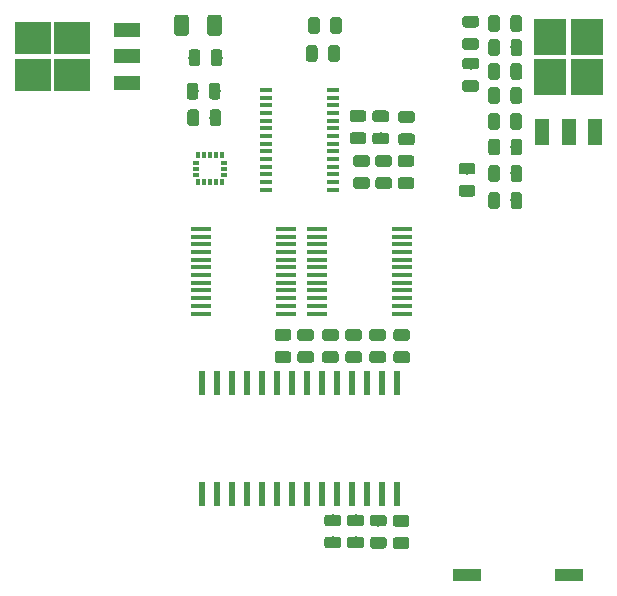
<source format=gbr>
G04 #@! TF.GenerationSoftware,KiCad,Pcbnew,(5.1.0)-1*
G04 #@! TF.CreationDate,2019-05-16T14:17:18+05:30*
G04 #@! TF.ProjectId,Console,436f6e73-6f6c-4652-9e6b-696361645f70,2.0.1*
G04 #@! TF.SameCoordinates,Original*
G04 #@! TF.FileFunction,Paste,Top*
G04 #@! TF.FilePolarity,Positive*
%FSLAX46Y46*%
G04 Gerber Fmt 4.6, Leading zero omitted, Abs format (unit mm)*
G04 Created by KiCad (PCBNEW (5.1.0)-1) date 2019-05-16 14:17:18*
%MOMM*%
%LPD*%
G04 APERTURE LIST*
%ADD10R,2.440000X1.120000*%
%ADD11R,2.750000X3.050000*%
%ADD12R,1.200000X2.200000*%
%ADD13C,0.100000*%
%ADD14C,0.975000*%
%ADD15R,1.100000X0.400000*%
%ADD16C,1.250000*%
%ADD17R,2.200000X1.200000*%
%ADD18R,3.050000X2.750000*%
%ADD19R,0.350000X0.600000*%
%ADD20R,0.600000X0.350000*%
%ADD21R,0.600000X2.000000*%
%ADD22R,1.750000X0.450000*%
G04 APERTURE END LIST*
D10*
X109207000Y-87249000D03*
X100597000Y-87249000D03*
D11*
X110694200Y-45058200D03*
X107644200Y-41708200D03*
X107644200Y-45058200D03*
X110694200Y-41708200D03*
D12*
X111449200Y-49683200D03*
X109169200Y-49683200D03*
X106889200Y-49683200D03*
D13*
G36*
X89684942Y-82114474D02*
G01*
X89708603Y-82117984D01*
X89731807Y-82123796D01*
X89754329Y-82131854D01*
X89775953Y-82142082D01*
X89796470Y-82154379D01*
X89815683Y-82168629D01*
X89833407Y-82184693D01*
X89849471Y-82202417D01*
X89863721Y-82221630D01*
X89876018Y-82242147D01*
X89886246Y-82263771D01*
X89894304Y-82286293D01*
X89900116Y-82309497D01*
X89903626Y-82333158D01*
X89904800Y-82357050D01*
X89904800Y-82844550D01*
X89903626Y-82868442D01*
X89900116Y-82892103D01*
X89894304Y-82915307D01*
X89886246Y-82937829D01*
X89876018Y-82959453D01*
X89863721Y-82979970D01*
X89849471Y-82999183D01*
X89833407Y-83016907D01*
X89815683Y-83032971D01*
X89796470Y-83047221D01*
X89775953Y-83059518D01*
X89754329Y-83069746D01*
X89731807Y-83077804D01*
X89708603Y-83083616D01*
X89684942Y-83087126D01*
X89661050Y-83088300D01*
X88748550Y-83088300D01*
X88724658Y-83087126D01*
X88700997Y-83083616D01*
X88677793Y-83077804D01*
X88655271Y-83069746D01*
X88633647Y-83059518D01*
X88613130Y-83047221D01*
X88593917Y-83032971D01*
X88576193Y-83016907D01*
X88560129Y-82999183D01*
X88545879Y-82979970D01*
X88533582Y-82959453D01*
X88523354Y-82937829D01*
X88515296Y-82915307D01*
X88509484Y-82892103D01*
X88505974Y-82868442D01*
X88504800Y-82844550D01*
X88504800Y-82357050D01*
X88505974Y-82333158D01*
X88509484Y-82309497D01*
X88515296Y-82286293D01*
X88523354Y-82263771D01*
X88533582Y-82242147D01*
X88545879Y-82221630D01*
X88560129Y-82202417D01*
X88576193Y-82184693D01*
X88593917Y-82168629D01*
X88613130Y-82154379D01*
X88633647Y-82142082D01*
X88655271Y-82131854D01*
X88677793Y-82123796D01*
X88700997Y-82117984D01*
X88724658Y-82114474D01*
X88748550Y-82113300D01*
X89661050Y-82113300D01*
X89684942Y-82114474D01*
X89684942Y-82114474D01*
G37*
D14*
X89204800Y-82600800D03*
D13*
G36*
X89684942Y-83989474D02*
G01*
X89708603Y-83992984D01*
X89731807Y-83998796D01*
X89754329Y-84006854D01*
X89775953Y-84017082D01*
X89796470Y-84029379D01*
X89815683Y-84043629D01*
X89833407Y-84059693D01*
X89849471Y-84077417D01*
X89863721Y-84096630D01*
X89876018Y-84117147D01*
X89886246Y-84138771D01*
X89894304Y-84161293D01*
X89900116Y-84184497D01*
X89903626Y-84208158D01*
X89904800Y-84232050D01*
X89904800Y-84719550D01*
X89903626Y-84743442D01*
X89900116Y-84767103D01*
X89894304Y-84790307D01*
X89886246Y-84812829D01*
X89876018Y-84834453D01*
X89863721Y-84854970D01*
X89849471Y-84874183D01*
X89833407Y-84891907D01*
X89815683Y-84907971D01*
X89796470Y-84922221D01*
X89775953Y-84934518D01*
X89754329Y-84944746D01*
X89731807Y-84952804D01*
X89708603Y-84958616D01*
X89684942Y-84962126D01*
X89661050Y-84963300D01*
X88748550Y-84963300D01*
X88724658Y-84962126D01*
X88700997Y-84958616D01*
X88677793Y-84952804D01*
X88655271Y-84944746D01*
X88633647Y-84934518D01*
X88613130Y-84922221D01*
X88593917Y-84907971D01*
X88576193Y-84891907D01*
X88560129Y-84874183D01*
X88545879Y-84854970D01*
X88533582Y-84834453D01*
X88523354Y-84812829D01*
X88515296Y-84790307D01*
X88509484Y-84767103D01*
X88505974Y-84743442D01*
X88504800Y-84719550D01*
X88504800Y-84232050D01*
X88505974Y-84208158D01*
X88509484Y-84184497D01*
X88515296Y-84161293D01*
X88523354Y-84138771D01*
X88533582Y-84117147D01*
X88545879Y-84096630D01*
X88560129Y-84077417D01*
X88576193Y-84059693D01*
X88593917Y-84043629D01*
X88613130Y-84029379D01*
X88633647Y-84017082D01*
X88655271Y-84006854D01*
X88677793Y-83998796D01*
X88700997Y-83992984D01*
X88724658Y-83989474D01*
X88748550Y-83988300D01*
X89661050Y-83988300D01*
X89684942Y-83989474D01*
X89684942Y-83989474D01*
G37*
D14*
X89204800Y-84475800D03*
D13*
G36*
X104989542Y-48119974D02*
G01*
X105013203Y-48123484D01*
X105036407Y-48129296D01*
X105058929Y-48137354D01*
X105080553Y-48147582D01*
X105101070Y-48159879D01*
X105120283Y-48174129D01*
X105138007Y-48190193D01*
X105154071Y-48207917D01*
X105168321Y-48227130D01*
X105180618Y-48247647D01*
X105190846Y-48269271D01*
X105198904Y-48291793D01*
X105204716Y-48314997D01*
X105208226Y-48338658D01*
X105209400Y-48362550D01*
X105209400Y-49275050D01*
X105208226Y-49298942D01*
X105204716Y-49322603D01*
X105198904Y-49345807D01*
X105190846Y-49368329D01*
X105180618Y-49389953D01*
X105168321Y-49410470D01*
X105154071Y-49429683D01*
X105138007Y-49447407D01*
X105120283Y-49463471D01*
X105101070Y-49477721D01*
X105080553Y-49490018D01*
X105058929Y-49500246D01*
X105036407Y-49508304D01*
X105013203Y-49514116D01*
X104989542Y-49517626D01*
X104965650Y-49518800D01*
X104478150Y-49518800D01*
X104454258Y-49517626D01*
X104430597Y-49514116D01*
X104407393Y-49508304D01*
X104384871Y-49500246D01*
X104363247Y-49490018D01*
X104342730Y-49477721D01*
X104323517Y-49463471D01*
X104305793Y-49447407D01*
X104289729Y-49429683D01*
X104275479Y-49410470D01*
X104263182Y-49389953D01*
X104252954Y-49368329D01*
X104244896Y-49345807D01*
X104239084Y-49322603D01*
X104235574Y-49298942D01*
X104234400Y-49275050D01*
X104234400Y-48362550D01*
X104235574Y-48338658D01*
X104239084Y-48314997D01*
X104244896Y-48291793D01*
X104252954Y-48269271D01*
X104263182Y-48247647D01*
X104275479Y-48227130D01*
X104289729Y-48207917D01*
X104305793Y-48190193D01*
X104323517Y-48174129D01*
X104342730Y-48159879D01*
X104363247Y-48147582D01*
X104384871Y-48137354D01*
X104407393Y-48129296D01*
X104430597Y-48123484D01*
X104454258Y-48119974D01*
X104478150Y-48118800D01*
X104965650Y-48118800D01*
X104989542Y-48119974D01*
X104989542Y-48119974D01*
G37*
D14*
X104721900Y-48818800D03*
D13*
G36*
X103114542Y-48119974D02*
G01*
X103138203Y-48123484D01*
X103161407Y-48129296D01*
X103183929Y-48137354D01*
X103205553Y-48147582D01*
X103226070Y-48159879D01*
X103245283Y-48174129D01*
X103263007Y-48190193D01*
X103279071Y-48207917D01*
X103293321Y-48227130D01*
X103305618Y-48247647D01*
X103315846Y-48269271D01*
X103323904Y-48291793D01*
X103329716Y-48314997D01*
X103333226Y-48338658D01*
X103334400Y-48362550D01*
X103334400Y-49275050D01*
X103333226Y-49298942D01*
X103329716Y-49322603D01*
X103323904Y-49345807D01*
X103315846Y-49368329D01*
X103305618Y-49389953D01*
X103293321Y-49410470D01*
X103279071Y-49429683D01*
X103263007Y-49447407D01*
X103245283Y-49463471D01*
X103226070Y-49477721D01*
X103205553Y-49490018D01*
X103183929Y-49500246D01*
X103161407Y-49508304D01*
X103138203Y-49514116D01*
X103114542Y-49517626D01*
X103090650Y-49518800D01*
X102603150Y-49518800D01*
X102579258Y-49517626D01*
X102555597Y-49514116D01*
X102532393Y-49508304D01*
X102509871Y-49500246D01*
X102488247Y-49490018D01*
X102467730Y-49477721D01*
X102448517Y-49463471D01*
X102430793Y-49447407D01*
X102414729Y-49429683D01*
X102400479Y-49410470D01*
X102388182Y-49389953D01*
X102377954Y-49368329D01*
X102369896Y-49345807D01*
X102364084Y-49322603D01*
X102360574Y-49298942D01*
X102359400Y-49275050D01*
X102359400Y-48362550D01*
X102360574Y-48338658D01*
X102364084Y-48314997D01*
X102369896Y-48291793D01*
X102377954Y-48269271D01*
X102388182Y-48247647D01*
X102400479Y-48227130D01*
X102414729Y-48207917D01*
X102430793Y-48190193D01*
X102448517Y-48174129D01*
X102467730Y-48159879D01*
X102488247Y-48147582D01*
X102509871Y-48137354D01*
X102532393Y-48129296D01*
X102555597Y-48123484D01*
X102579258Y-48119974D01*
X102603150Y-48118800D01*
X103090650Y-48118800D01*
X103114542Y-48119974D01*
X103114542Y-48119974D01*
G37*
D14*
X102846900Y-48818800D03*
D13*
G36*
X95476142Y-82165274D02*
G01*
X95499803Y-82168784D01*
X95523007Y-82174596D01*
X95545529Y-82182654D01*
X95567153Y-82192882D01*
X95587670Y-82205179D01*
X95606883Y-82219429D01*
X95624607Y-82235493D01*
X95640671Y-82253217D01*
X95654921Y-82272430D01*
X95667218Y-82292947D01*
X95677446Y-82314571D01*
X95685504Y-82337093D01*
X95691316Y-82360297D01*
X95694826Y-82383958D01*
X95696000Y-82407850D01*
X95696000Y-82895350D01*
X95694826Y-82919242D01*
X95691316Y-82942903D01*
X95685504Y-82966107D01*
X95677446Y-82988629D01*
X95667218Y-83010253D01*
X95654921Y-83030770D01*
X95640671Y-83049983D01*
X95624607Y-83067707D01*
X95606883Y-83083771D01*
X95587670Y-83098021D01*
X95567153Y-83110318D01*
X95545529Y-83120546D01*
X95523007Y-83128604D01*
X95499803Y-83134416D01*
X95476142Y-83137926D01*
X95452250Y-83139100D01*
X94539750Y-83139100D01*
X94515858Y-83137926D01*
X94492197Y-83134416D01*
X94468993Y-83128604D01*
X94446471Y-83120546D01*
X94424847Y-83110318D01*
X94404330Y-83098021D01*
X94385117Y-83083771D01*
X94367393Y-83067707D01*
X94351329Y-83049983D01*
X94337079Y-83030770D01*
X94324782Y-83010253D01*
X94314554Y-82988629D01*
X94306496Y-82966107D01*
X94300684Y-82942903D01*
X94297174Y-82919242D01*
X94296000Y-82895350D01*
X94296000Y-82407850D01*
X94297174Y-82383958D01*
X94300684Y-82360297D01*
X94306496Y-82337093D01*
X94314554Y-82314571D01*
X94324782Y-82292947D01*
X94337079Y-82272430D01*
X94351329Y-82253217D01*
X94367393Y-82235493D01*
X94385117Y-82219429D01*
X94404330Y-82205179D01*
X94424847Y-82192882D01*
X94446471Y-82182654D01*
X94468993Y-82174596D01*
X94492197Y-82168784D01*
X94515858Y-82165274D01*
X94539750Y-82164100D01*
X95452250Y-82164100D01*
X95476142Y-82165274D01*
X95476142Y-82165274D01*
G37*
D14*
X94996000Y-82651600D03*
D13*
G36*
X95476142Y-84040274D02*
G01*
X95499803Y-84043784D01*
X95523007Y-84049596D01*
X95545529Y-84057654D01*
X95567153Y-84067882D01*
X95587670Y-84080179D01*
X95606883Y-84094429D01*
X95624607Y-84110493D01*
X95640671Y-84128217D01*
X95654921Y-84147430D01*
X95667218Y-84167947D01*
X95677446Y-84189571D01*
X95685504Y-84212093D01*
X95691316Y-84235297D01*
X95694826Y-84258958D01*
X95696000Y-84282850D01*
X95696000Y-84770350D01*
X95694826Y-84794242D01*
X95691316Y-84817903D01*
X95685504Y-84841107D01*
X95677446Y-84863629D01*
X95667218Y-84885253D01*
X95654921Y-84905770D01*
X95640671Y-84924983D01*
X95624607Y-84942707D01*
X95606883Y-84958771D01*
X95587670Y-84973021D01*
X95567153Y-84985318D01*
X95545529Y-84995546D01*
X95523007Y-85003604D01*
X95499803Y-85009416D01*
X95476142Y-85012926D01*
X95452250Y-85014100D01*
X94539750Y-85014100D01*
X94515858Y-85012926D01*
X94492197Y-85009416D01*
X94468993Y-85003604D01*
X94446471Y-84995546D01*
X94424847Y-84985318D01*
X94404330Y-84973021D01*
X94385117Y-84958771D01*
X94367393Y-84942707D01*
X94351329Y-84924983D01*
X94337079Y-84905770D01*
X94324782Y-84885253D01*
X94314554Y-84863629D01*
X94306496Y-84841107D01*
X94300684Y-84817903D01*
X94297174Y-84794242D01*
X94296000Y-84770350D01*
X94296000Y-84282850D01*
X94297174Y-84258958D01*
X94300684Y-84235297D01*
X94306496Y-84212093D01*
X94314554Y-84189571D01*
X94324782Y-84167947D01*
X94337079Y-84147430D01*
X94351329Y-84128217D01*
X94367393Y-84110493D01*
X94385117Y-84094429D01*
X94404330Y-84080179D01*
X94424847Y-84067882D01*
X94446471Y-84057654D01*
X94468993Y-84049596D01*
X94492197Y-84043784D01*
X94515858Y-84040274D01*
X94539750Y-84039100D01*
X95452250Y-84039100D01*
X95476142Y-84040274D01*
X95476142Y-84040274D01*
G37*
D14*
X94996000Y-84526600D03*
D13*
G36*
X105017242Y-52539574D02*
G01*
X105040903Y-52543084D01*
X105064107Y-52548896D01*
X105086629Y-52556954D01*
X105108253Y-52567182D01*
X105128770Y-52579479D01*
X105147983Y-52593729D01*
X105165707Y-52609793D01*
X105181771Y-52627517D01*
X105196021Y-52646730D01*
X105208318Y-52667247D01*
X105218546Y-52688871D01*
X105226604Y-52711393D01*
X105232416Y-52734597D01*
X105235926Y-52758258D01*
X105237100Y-52782150D01*
X105237100Y-53694650D01*
X105235926Y-53718542D01*
X105232416Y-53742203D01*
X105226604Y-53765407D01*
X105218546Y-53787929D01*
X105208318Y-53809553D01*
X105196021Y-53830070D01*
X105181771Y-53849283D01*
X105165707Y-53867007D01*
X105147983Y-53883071D01*
X105128770Y-53897321D01*
X105108253Y-53909618D01*
X105086629Y-53919846D01*
X105064107Y-53927904D01*
X105040903Y-53933716D01*
X105017242Y-53937226D01*
X104993350Y-53938400D01*
X104505850Y-53938400D01*
X104481958Y-53937226D01*
X104458297Y-53933716D01*
X104435093Y-53927904D01*
X104412571Y-53919846D01*
X104390947Y-53909618D01*
X104370430Y-53897321D01*
X104351217Y-53883071D01*
X104333493Y-53867007D01*
X104317429Y-53849283D01*
X104303179Y-53830070D01*
X104290882Y-53809553D01*
X104280654Y-53787929D01*
X104272596Y-53765407D01*
X104266784Y-53742203D01*
X104263274Y-53718542D01*
X104262100Y-53694650D01*
X104262100Y-52782150D01*
X104263274Y-52758258D01*
X104266784Y-52734597D01*
X104272596Y-52711393D01*
X104280654Y-52688871D01*
X104290882Y-52667247D01*
X104303179Y-52646730D01*
X104317429Y-52627517D01*
X104333493Y-52609793D01*
X104351217Y-52593729D01*
X104370430Y-52579479D01*
X104390947Y-52567182D01*
X104412571Y-52556954D01*
X104435093Y-52548896D01*
X104458297Y-52543084D01*
X104481958Y-52539574D01*
X104505850Y-52538400D01*
X104993350Y-52538400D01*
X105017242Y-52539574D01*
X105017242Y-52539574D01*
G37*
D14*
X104749600Y-53238400D03*
D13*
G36*
X103142242Y-52539574D02*
G01*
X103165903Y-52543084D01*
X103189107Y-52548896D01*
X103211629Y-52556954D01*
X103233253Y-52567182D01*
X103253770Y-52579479D01*
X103272983Y-52593729D01*
X103290707Y-52609793D01*
X103306771Y-52627517D01*
X103321021Y-52646730D01*
X103333318Y-52667247D01*
X103343546Y-52688871D01*
X103351604Y-52711393D01*
X103357416Y-52734597D01*
X103360926Y-52758258D01*
X103362100Y-52782150D01*
X103362100Y-53694650D01*
X103360926Y-53718542D01*
X103357416Y-53742203D01*
X103351604Y-53765407D01*
X103343546Y-53787929D01*
X103333318Y-53809553D01*
X103321021Y-53830070D01*
X103306771Y-53849283D01*
X103290707Y-53867007D01*
X103272983Y-53883071D01*
X103253770Y-53897321D01*
X103233253Y-53909618D01*
X103211629Y-53919846D01*
X103189107Y-53927904D01*
X103165903Y-53933716D01*
X103142242Y-53937226D01*
X103118350Y-53938400D01*
X102630850Y-53938400D01*
X102606958Y-53937226D01*
X102583297Y-53933716D01*
X102560093Y-53927904D01*
X102537571Y-53919846D01*
X102515947Y-53909618D01*
X102495430Y-53897321D01*
X102476217Y-53883071D01*
X102458493Y-53867007D01*
X102442429Y-53849283D01*
X102428179Y-53830070D01*
X102415882Y-53809553D01*
X102405654Y-53787929D01*
X102397596Y-53765407D01*
X102391784Y-53742203D01*
X102388274Y-53718542D01*
X102387100Y-53694650D01*
X102387100Y-52782150D01*
X102388274Y-52758258D01*
X102391784Y-52734597D01*
X102397596Y-52711393D01*
X102405654Y-52688871D01*
X102415882Y-52667247D01*
X102428179Y-52646730D01*
X102442429Y-52627517D01*
X102458493Y-52609793D01*
X102476217Y-52593729D01*
X102495430Y-52579479D01*
X102515947Y-52567182D01*
X102537571Y-52556954D01*
X102560093Y-52548896D01*
X102583297Y-52543084D01*
X102606958Y-52539574D01*
X102630850Y-52538400D01*
X103118350Y-52538400D01*
X103142242Y-52539574D01*
X103142242Y-52539574D01*
G37*
D14*
X102874600Y-53238400D03*
D13*
G36*
X105017242Y-50304374D02*
G01*
X105040903Y-50307884D01*
X105064107Y-50313696D01*
X105086629Y-50321754D01*
X105108253Y-50331982D01*
X105128770Y-50344279D01*
X105147983Y-50358529D01*
X105165707Y-50374593D01*
X105181771Y-50392317D01*
X105196021Y-50411530D01*
X105208318Y-50432047D01*
X105218546Y-50453671D01*
X105226604Y-50476193D01*
X105232416Y-50499397D01*
X105235926Y-50523058D01*
X105237100Y-50546950D01*
X105237100Y-51459450D01*
X105235926Y-51483342D01*
X105232416Y-51507003D01*
X105226604Y-51530207D01*
X105218546Y-51552729D01*
X105208318Y-51574353D01*
X105196021Y-51594870D01*
X105181771Y-51614083D01*
X105165707Y-51631807D01*
X105147983Y-51647871D01*
X105128770Y-51662121D01*
X105108253Y-51674418D01*
X105086629Y-51684646D01*
X105064107Y-51692704D01*
X105040903Y-51698516D01*
X105017242Y-51702026D01*
X104993350Y-51703200D01*
X104505850Y-51703200D01*
X104481958Y-51702026D01*
X104458297Y-51698516D01*
X104435093Y-51692704D01*
X104412571Y-51684646D01*
X104390947Y-51674418D01*
X104370430Y-51662121D01*
X104351217Y-51647871D01*
X104333493Y-51631807D01*
X104317429Y-51614083D01*
X104303179Y-51594870D01*
X104290882Y-51574353D01*
X104280654Y-51552729D01*
X104272596Y-51530207D01*
X104266784Y-51507003D01*
X104263274Y-51483342D01*
X104262100Y-51459450D01*
X104262100Y-50546950D01*
X104263274Y-50523058D01*
X104266784Y-50499397D01*
X104272596Y-50476193D01*
X104280654Y-50453671D01*
X104290882Y-50432047D01*
X104303179Y-50411530D01*
X104317429Y-50392317D01*
X104333493Y-50374593D01*
X104351217Y-50358529D01*
X104370430Y-50344279D01*
X104390947Y-50331982D01*
X104412571Y-50321754D01*
X104435093Y-50313696D01*
X104458297Y-50307884D01*
X104481958Y-50304374D01*
X104505850Y-50303200D01*
X104993350Y-50303200D01*
X105017242Y-50304374D01*
X105017242Y-50304374D01*
G37*
D14*
X104749600Y-51003200D03*
D13*
G36*
X103142242Y-50304374D02*
G01*
X103165903Y-50307884D01*
X103189107Y-50313696D01*
X103211629Y-50321754D01*
X103233253Y-50331982D01*
X103253770Y-50344279D01*
X103272983Y-50358529D01*
X103290707Y-50374593D01*
X103306771Y-50392317D01*
X103321021Y-50411530D01*
X103333318Y-50432047D01*
X103343546Y-50453671D01*
X103351604Y-50476193D01*
X103357416Y-50499397D01*
X103360926Y-50523058D01*
X103362100Y-50546950D01*
X103362100Y-51459450D01*
X103360926Y-51483342D01*
X103357416Y-51507003D01*
X103351604Y-51530207D01*
X103343546Y-51552729D01*
X103333318Y-51574353D01*
X103321021Y-51594870D01*
X103306771Y-51614083D01*
X103290707Y-51631807D01*
X103272983Y-51647871D01*
X103253770Y-51662121D01*
X103233253Y-51674418D01*
X103211629Y-51684646D01*
X103189107Y-51692704D01*
X103165903Y-51698516D01*
X103142242Y-51702026D01*
X103118350Y-51703200D01*
X102630850Y-51703200D01*
X102606958Y-51702026D01*
X102583297Y-51698516D01*
X102560093Y-51692704D01*
X102537571Y-51684646D01*
X102515947Y-51674418D01*
X102495430Y-51662121D01*
X102476217Y-51647871D01*
X102458493Y-51631807D01*
X102442429Y-51614083D01*
X102428179Y-51594870D01*
X102415882Y-51574353D01*
X102405654Y-51552729D01*
X102397596Y-51530207D01*
X102391784Y-51507003D01*
X102388274Y-51483342D01*
X102387100Y-51459450D01*
X102387100Y-50546950D01*
X102388274Y-50523058D01*
X102391784Y-50499397D01*
X102397596Y-50476193D01*
X102405654Y-50453671D01*
X102415882Y-50432047D01*
X102428179Y-50411530D01*
X102442429Y-50392317D01*
X102458493Y-50374593D01*
X102476217Y-50358529D01*
X102495430Y-50344279D01*
X102515947Y-50331982D01*
X102537571Y-50321754D01*
X102560093Y-50313696D01*
X102583297Y-50307884D01*
X102606958Y-50304374D01*
X102630850Y-50303200D01*
X103118350Y-50303200D01*
X103142242Y-50304374D01*
X103142242Y-50304374D01*
G37*
D14*
X102874600Y-51003200D03*
D13*
G36*
X93545742Y-82142174D02*
G01*
X93569403Y-82145684D01*
X93592607Y-82151496D01*
X93615129Y-82159554D01*
X93636753Y-82169782D01*
X93657270Y-82182079D01*
X93676483Y-82196329D01*
X93694207Y-82212393D01*
X93710271Y-82230117D01*
X93724521Y-82249330D01*
X93736818Y-82269847D01*
X93747046Y-82291471D01*
X93755104Y-82313993D01*
X93760916Y-82337197D01*
X93764426Y-82360858D01*
X93765600Y-82384750D01*
X93765600Y-82872250D01*
X93764426Y-82896142D01*
X93760916Y-82919803D01*
X93755104Y-82943007D01*
X93747046Y-82965529D01*
X93736818Y-82987153D01*
X93724521Y-83007670D01*
X93710271Y-83026883D01*
X93694207Y-83044607D01*
X93676483Y-83060671D01*
X93657270Y-83074921D01*
X93636753Y-83087218D01*
X93615129Y-83097446D01*
X93592607Y-83105504D01*
X93569403Y-83111316D01*
X93545742Y-83114826D01*
X93521850Y-83116000D01*
X92609350Y-83116000D01*
X92585458Y-83114826D01*
X92561797Y-83111316D01*
X92538593Y-83105504D01*
X92516071Y-83097446D01*
X92494447Y-83087218D01*
X92473930Y-83074921D01*
X92454717Y-83060671D01*
X92436993Y-83044607D01*
X92420929Y-83026883D01*
X92406679Y-83007670D01*
X92394382Y-82987153D01*
X92384154Y-82965529D01*
X92376096Y-82943007D01*
X92370284Y-82919803D01*
X92366774Y-82896142D01*
X92365600Y-82872250D01*
X92365600Y-82384750D01*
X92366774Y-82360858D01*
X92370284Y-82337197D01*
X92376096Y-82313993D01*
X92384154Y-82291471D01*
X92394382Y-82269847D01*
X92406679Y-82249330D01*
X92420929Y-82230117D01*
X92436993Y-82212393D01*
X92454717Y-82196329D01*
X92473930Y-82182079D01*
X92494447Y-82169782D01*
X92516071Y-82159554D01*
X92538593Y-82151496D01*
X92561797Y-82145684D01*
X92585458Y-82142174D01*
X92609350Y-82141000D01*
X93521850Y-82141000D01*
X93545742Y-82142174D01*
X93545742Y-82142174D01*
G37*
D14*
X93065600Y-82628500D03*
D13*
G36*
X93545742Y-84017174D02*
G01*
X93569403Y-84020684D01*
X93592607Y-84026496D01*
X93615129Y-84034554D01*
X93636753Y-84044782D01*
X93657270Y-84057079D01*
X93676483Y-84071329D01*
X93694207Y-84087393D01*
X93710271Y-84105117D01*
X93724521Y-84124330D01*
X93736818Y-84144847D01*
X93747046Y-84166471D01*
X93755104Y-84188993D01*
X93760916Y-84212197D01*
X93764426Y-84235858D01*
X93765600Y-84259750D01*
X93765600Y-84747250D01*
X93764426Y-84771142D01*
X93760916Y-84794803D01*
X93755104Y-84818007D01*
X93747046Y-84840529D01*
X93736818Y-84862153D01*
X93724521Y-84882670D01*
X93710271Y-84901883D01*
X93694207Y-84919607D01*
X93676483Y-84935671D01*
X93657270Y-84949921D01*
X93636753Y-84962218D01*
X93615129Y-84972446D01*
X93592607Y-84980504D01*
X93569403Y-84986316D01*
X93545742Y-84989826D01*
X93521850Y-84991000D01*
X92609350Y-84991000D01*
X92585458Y-84989826D01*
X92561797Y-84986316D01*
X92538593Y-84980504D01*
X92516071Y-84972446D01*
X92494447Y-84962218D01*
X92473930Y-84949921D01*
X92454717Y-84935671D01*
X92436993Y-84919607D01*
X92420929Y-84901883D01*
X92406679Y-84882670D01*
X92394382Y-84862153D01*
X92384154Y-84840529D01*
X92376096Y-84818007D01*
X92370284Y-84794803D01*
X92366774Y-84771142D01*
X92365600Y-84747250D01*
X92365600Y-84259750D01*
X92366774Y-84235858D01*
X92370284Y-84212197D01*
X92376096Y-84188993D01*
X92384154Y-84166471D01*
X92394382Y-84144847D01*
X92406679Y-84124330D01*
X92420929Y-84105117D01*
X92436993Y-84087393D01*
X92454717Y-84071329D01*
X92473930Y-84057079D01*
X92494447Y-84044782D01*
X92516071Y-84034554D01*
X92538593Y-84026496D01*
X92561797Y-84020684D01*
X92585458Y-84017174D01*
X92609350Y-84016000D01*
X93521850Y-84016000D01*
X93545742Y-84017174D01*
X93545742Y-84017174D01*
G37*
D14*
X93065600Y-84503500D03*
D13*
G36*
X91615342Y-82114474D02*
G01*
X91639003Y-82117984D01*
X91662207Y-82123796D01*
X91684729Y-82131854D01*
X91706353Y-82142082D01*
X91726870Y-82154379D01*
X91746083Y-82168629D01*
X91763807Y-82184693D01*
X91779871Y-82202417D01*
X91794121Y-82221630D01*
X91806418Y-82242147D01*
X91816646Y-82263771D01*
X91824704Y-82286293D01*
X91830516Y-82309497D01*
X91834026Y-82333158D01*
X91835200Y-82357050D01*
X91835200Y-82844550D01*
X91834026Y-82868442D01*
X91830516Y-82892103D01*
X91824704Y-82915307D01*
X91816646Y-82937829D01*
X91806418Y-82959453D01*
X91794121Y-82979970D01*
X91779871Y-82999183D01*
X91763807Y-83016907D01*
X91746083Y-83032971D01*
X91726870Y-83047221D01*
X91706353Y-83059518D01*
X91684729Y-83069746D01*
X91662207Y-83077804D01*
X91639003Y-83083616D01*
X91615342Y-83087126D01*
X91591450Y-83088300D01*
X90678950Y-83088300D01*
X90655058Y-83087126D01*
X90631397Y-83083616D01*
X90608193Y-83077804D01*
X90585671Y-83069746D01*
X90564047Y-83059518D01*
X90543530Y-83047221D01*
X90524317Y-83032971D01*
X90506593Y-83016907D01*
X90490529Y-82999183D01*
X90476279Y-82979970D01*
X90463982Y-82959453D01*
X90453754Y-82937829D01*
X90445696Y-82915307D01*
X90439884Y-82892103D01*
X90436374Y-82868442D01*
X90435200Y-82844550D01*
X90435200Y-82357050D01*
X90436374Y-82333158D01*
X90439884Y-82309497D01*
X90445696Y-82286293D01*
X90453754Y-82263771D01*
X90463982Y-82242147D01*
X90476279Y-82221630D01*
X90490529Y-82202417D01*
X90506593Y-82184693D01*
X90524317Y-82168629D01*
X90543530Y-82154379D01*
X90564047Y-82142082D01*
X90585671Y-82131854D01*
X90608193Y-82123796D01*
X90631397Y-82117984D01*
X90655058Y-82114474D01*
X90678950Y-82113300D01*
X91591450Y-82113300D01*
X91615342Y-82114474D01*
X91615342Y-82114474D01*
G37*
D14*
X91135200Y-82600800D03*
D13*
G36*
X91615342Y-83989474D02*
G01*
X91639003Y-83992984D01*
X91662207Y-83998796D01*
X91684729Y-84006854D01*
X91706353Y-84017082D01*
X91726870Y-84029379D01*
X91746083Y-84043629D01*
X91763807Y-84059693D01*
X91779871Y-84077417D01*
X91794121Y-84096630D01*
X91806418Y-84117147D01*
X91816646Y-84138771D01*
X91824704Y-84161293D01*
X91830516Y-84184497D01*
X91834026Y-84208158D01*
X91835200Y-84232050D01*
X91835200Y-84719550D01*
X91834026Y-84743442D01*
X91830516Y-84767103D01*
X91824704Y-84790307D01*
X91816646Y-84812829D01*
X91806418Y-84834453D01*
X91794121Y-84854970D01*
X91779871Y-84874183D01*
X91763807Y-84891907D01*
X91746083Y-84907971D01*
X91726870Y-84922221D01*
X91706353Y-84934518D01*
X91684729Y-84944746D01*
X91662207Y-84952804D01*
X91639003Y-84958616D01*
X91615342Y-84962126D01*
X91591450Y-84963300D01*
X90678950Y-84963300D01*
X90655058Y-84962126D01*
X90631397Y-84958616D01*
X90608193Y-84952804D01*
X90585671Y-84944746D01*
X90564047Y-84934518D01*
X90543530Y-84922221D01*
X90524317Y-84907971D01*
X90506593Y-84891907D01*
X90490529Y-84874183D01*
X90476279Y-84854970D01*
X90463982Y-84834453D01*
X90453754Y-84812829D01*
X90445696Y-84790307D01*
X90439884Y-84767103D01*
X90436374Y-84743442D01*
X90435200Y-84719550D01*
X90435200Y-84232050D01*
X90436374Y-84208158D01*
X90439884Y-84184497D01*
X90445696Y-84161293D01*
X90453754Y-84138771D01*
X90463982Y-84117147D01*
X90476279Y-84096630D01*
X90490529Y-84077417D01*
X90506593Y-84059693D01*
X90524317Y-84043629D01*
X90543530Y-84029379D01*
X90564047Y-84017082D01*
X90585671Y-84006854D01*
X90608193Y-83998796D01*
X90631397Y-83992984D01*
X90655058Y-83989474D01*
X90678950Y-83988300D01*
X91591450Y-83988300D01*
X91615342Y-83989474D01*
X91615342Y-83989474D01*
G37*
D14*
X91135200Y-84475800D03*
D13*
G36*
X105012642Y-39839574D02*
G01*
X105036303Y-39843084D01*
X105059507Y-39848896D01*
X105082029Y-39856954D01*
X105103653Y-39867182D01*
X105124170Y-39879479D01*
X105143383Y-39893729D01*
X105161107Y-39909793D01*
X105177171Y-39927517D01*
X105191421Y-39946730D01*
X105203718Y-39967247D01*
X105213946Y-39988871D01*
X105222004Y-40011393D01*
X105227816Y-40034597D01*
X105231326Y-40058258D01*
X105232500Y-40082150D01*
X105232500Y-40994650D01*
X105231326Y-41018542D01*
X105227816Y-41042203D01*
X105222004Y-41065407D01*
X105213946Y-41087929D01*
X105203718Y-41109553D01*
X105191421Y-41130070D01*
X105177171Y-41149283D01*
X105161107Y-41167007D01*
X105143383Y-41183071D01*
X105124170Y-41197321D01*
X105103653Y-41209618D01*
X105082029Y-41219846D01*
X105059507Y-41227904D01*
X105036303Y-41233716D01*
X105012642Y-41237226D01*
X104988750Y-41238400D01*
X104501250Y-41238400D01*
X104477358Y-41237226D01*
X104453697Y-41233716D01*
X104430493Y-41227904D01*
X104407971Y-41219846D01*
X104386347Y-41209618D01*
X104365830Y-41197321D01*
X104346617Y-41183071D01*
X104328893Y-41167007D01*
X104312829Y-41149283D01*
X104298579Y-41130070D01*
X104286282Y-41109553D01*
X104276054Y-41087929D01*
X104267996Y-41065407D01*
X104262184Y-41042203D01*
X104258674Y-41018542D01*
X104257500Y-40994650D01*
X104257500Y-40082150D01*
X104258674Y-40058258D01*
X104262184Y-40034597D01*
X104267996Y-40011393D01*
X104276054Y-39988871D01*
X104286282Y-39967247D01*
X104298579Y-39946730D01*
X104312829Y-39927517D01*
X104328893Y-39909793D01*
X104346617Y-39893729D01*
X104365830Y-39879479D01*
X104386347Y-39867182D01*
X104407971Y-39856954D01*
X104430493Y-39848896D01*
X104453697Y-39843084D01*
X104477358Y-39839574D01*
X104501250Y-39838400D01*
X104988750Y-39838400D01*
X105012642Y-39839574D01*
X105012642Y-39839574D01*
G37*
D14*
X104745000Y-40538400D03*
D13*
G36*
X103137642Y-39839574D02*
G01*
X103161303Y-39843084D01*
X103184507Y-39848896D01*
X103207029Y-39856954D01*
X103228653Y-39867182D01*
X103249170Y-39879479D01*
X103268383Y-39893729D01*
X103286107Y-39909793D01*
X103302171Y-39927517D01*
X103316421Y-39946730D01*
X103328718Y-39967247D01*
X103338946Y-39988871D01*
X103347004Y-40011393D01*
X103352816Y-40034597D01*
X103356326Y-40058258D01*
X103357500Y-40082150D01*
X103357500Y-40994650D01*
X103356326Y-41018542D01*
X103352816Y-41042203D01*
X103347004Y-41065407D01*
X103338946Y-41087929D01*
X103328718Y-41109553D01*
X103316421Y-41130070D01*
X103302171Y-41149283D01*
X103286107Y-41167007D01*
X103268383Y-41183071D01*
X103249170Y-41197321D01*
X103228653Y-41209618D01*
X103207029Y-41219846D01*
X103184507Y-41227904D01*
X103161303Y-41233716D01*
X103137642Y-41237226D01*
X103113750Y-41238400D01*
X102626250Y-41238400D01*
X102602358Y-41237226D01*
X102578697Y-41233716D01*
X102555493Y-41227904D01*
X102532971Y-41219846D01*
X102511347Y-41209618D01*
X102490830Y-41197321D01*
X102471617Y-41183071D01*
X102453893Y-41167007D01*
X102437829Y-41149283D01*
X102423579Y-41130070D01*
X102411282Y-41109553D01*
X102401054Y-41087929D01*
X102392996Y-41065407D01*
X102387184Y-41042203D01*
X102383674Y-41018542D01*
X102382500Y-40994650D01*
X102382500Y-40082150D01*
X102383674Y-40058258D01*
X102387184Y-40034597D01*
X102392996Y-40011393D01*
X102401054Y-39988871D01*
X102411282Y-39967247D01*
X102423579Y-39946730D01*
X102437829Y-39927517D01*
X102453893Y-39909793D01*
X102471617Y-39893729D01*
X102490830Y-39879479D01*
X102511347Y-39867182D01*
X102532971Y-39856954D01*
X102555493Y-39848896D01*
X102578697Y-39843084D01*
X102602358Y-39839574D01*
X102626250Y-39838400D01*
X103113750Y-39838400D01*
X103137642Y-39839574D01*
X103137642Y-39839574D01*
G37*
D14*
X102870000Y-40538400D03*
D13*
G36*
X87398942Y-66417274D02*
G01*
X87422603Y-66420784D01*
X87445807Y-66426596D01*
X87468329Y-66434654D01*
X87489953Y-66444882D01*
X87510470Y-66457179D01*
X87529683Y-66471429D01*
X87547407Y-66487493D01*
X87563471Y-66505217D01*
X87577721Y-66524430D01*
X87590018Y-66544947D01*
X87600246Y-66566571D01*
X87608304Y-66589093D01*
X87614116Y-66612297D01*
X87617626Y-66635958D01*
X87618800Y-66659850D01*
X87618800Y-67147350D01*
X87617626Y-67171242D01*
X87614116Y-67194903D01*
X87608304Y-67218107D01*
X87600246Y-67240629D01*
X87590018Y-67262253D01*
X87577721Y-67282770D01*
X87563471Y-67301983D01*
X87547407Y-67319707D01*
X87529683Y-67335771D01*
X87510470Y-67350021D01*
X87489953Y-67362318D01*
X87468329Y-67372546D01*
X87445807Y-67380604D01*
X87422603Y-67386416D01*
X87398942Y-67389926D01*
X87375050Y-67391100D01*
X86462550Y-67391100D01*
X86438658Y-67389926D01*
X86414997Y-67386416D01*
X86391793Y-67380604D01*
X86369271Y-67372546D01*
X86347647Y-67362318D01*
X86327130Y-67350021D01*
X86307917Y-67335771D01*
X86290193Y-67319707D01*
X86274129Y-67301983D01*
X86259879Y-67282770D01*
X86247582Y-67262253D01*
X86237354Y-67240629D01*
X86229296Y-67218107D01*
X86223484Y-67194903D01*
X86219974Y-67171242D01*
X86218800Y-67147350D01*
X86218800Y-66659850D01*
X86219974Y-66635958D01*
X86223484Y-66612297D01*
X86229296Y-66589093D01*
X86237354Y-66566571D01*
X86247582Y-66544947D01*
X86259879Y-66524430D01*
X86274129Y-66505217D01*
X86290193Y-66487493D01*
X86307917Y-66471429D01*
X86327130Y-66457179D01*
X86347647Y-66444882D01*
X86369271Y-66434654D01*
X86391793Y-66426596D01*
X86414997Y-66420784D01*
X86438658Y-66417274D01*
X86462550Y-66416100D01*
X87375050Y-66416100D01*
X87398942Y-66417274D01*
X87398942Y-66417274D01*
G37*
D14*
X86918800Y-66903600D03*
D13*
G36*
X87398942Y-68292274D02*
G01*
X87422603Y-68295784D01*
X87445807Y-68301596D01*
X87468329Y-68309654D01*
X87489953Y-68319882D01*
X87510470Y-68332179D01*
X87529683Y-68346429D01*
X87547407Y-68362493D01*
X87563471Y-68380217D01*
X87577721Y-68399430D01*
X87590018Y-68419947D01*
X87600246Y-68441571D01*
X87608304Y-68464093D01*
X87614116Y-68487297D01*
X87617626Y-68510958D01*
X87618800Y-68534850D01*
X87618800Y-69022350D01*
X87617626Y-69046242D01*
X87614116Y-69069903D01*
X87608304Y-69093107D01*
X87600246Y-69115629D01*
X87590018Y-69137253D01*
X87577721Y-69157770D01*
X87563471Y-69176983D01*
X87547407Y-69194707D01*
X87529683Y-69210771D01*
X87510470Y-69225021D01*
X87489953Y-69237318D01*
X87468329Y-69247546D01*
X87445807Y-69255604D01*
X87422603Y-69261416D01*
X87398942Y-69264926D01*
X87375050Y-69266100D01*
X86462550Y-69266100D01*
X86438658Y-69264926D01*
X86414997Y-69261416D01*
X86391793Y-69255604D01*
X86369271Y-69247546D01*
X86347647Y-69237318D01*
X86327130Y-69225021D01*
X86307917Y-69210771D01*
X86290193Y-69194707D01*
X86274129Y-69176983D01*
X86259879Y-69157770D01*
X86247582Y-69137253D01*
X86237354Y-69115629D01*
X86229296Y-69093107D01*
X86223484Y-69069903D01*
X86219974Y-69046242D01*
X86218800Y-69022350D01*
X86218800Y-68534850D01*
X86219974Y-68510958D01*
X86223484Y-68487297D01*
X86229296Y-68464093D01*
X86237354Y-68441571D01*
X86247582Y-68419947D01*
X86259879Y-68399430D01*
X86274129Y-68380217D01*
X86290193Y-68362493D01*
X86307917Y-68346429D01*
X86327130Y-68332179D01*
X86347647Y-68319882D01*
X86369271Y-68309654D01*
X86391793Y-68301596D01*
X86414997Y-68295784D01*
X86438658Y-68292274D01*
X86462550Y-68291100D01*
X87375050Y-68291100D01*
X87398942Y-68292274D01*
X87398942Y-68292274D01*
G37*
D14*
X86918800Y-68778600D03*
D15*
X83560800Y-54618600D03*
X83560800Y-53968600D03*
X83560800Y-53318600D03*
X83560800Y-52668600D03*
X83560800Y-52018600D03*
X83560800Y-51368600D03*
X83560800Y-50718600D03*
X83560800Y-50068600D03*
X83560800Y-49418600D03*
X83560800Y-48768600D03*
X83560800Y-48118600D03*
X83560800Y-47468600D03*
X83560800Y-46818600D03*
X83560800Y-46168600D03*
X89260800Y-46168600D03*
X89260800Y-46818600D03*
X89260800Y-47468600D03*
X89260800Y-48118600D03*
X89260800Y-48768600D03*
X89260800Y-49418600D03*
X89260800Y-50068600D03*
X89260800Y-50718600D03*
X89260800Y-51368600D03*
X89260800Y-52018600D03*
X89260800Y-52668600D03*
X89260800Y-53318600D03*
X89260800Y-53968600D03*
X89260800Y-54618600D03*
D13*
G36*
X105017242Y-41871574D02*
G01*
X105040903Y-41875084D01*
X105064107Y-41880896D01*
X105086629Y-41888954D01*
X105108253Y-41899182D01*
X105128770Y-41911479D01*
X105147983Y-41925729D01*
X105165707Y-41941793D01*
X105181771Y-41959517D01*
X105196021Y-41978730D01*
X105208318Y-41999247D01*
X105218546Y-42020871D01*
X105226604Y-42043393D01*
X105232416Y-42066597D01*
X105235926Y-42090258D01*
X105237100Y-42114150D01*
X105237100Y-43026650D01*
X105235926Y-43050542D01*
X105232416Y-43074203D01*
X105226604Y-43097407D01*
X105218546Y-43119929D01*
X105208318Y-43141553D01*
X105196021Y-43162070D01*
X105181771Y-43181283D01*
X105165707Y-43199007D01*
X105147983Y-43215071D01*
X105128770Y-43229321D01*
X105108253Y-43241618D01*
X105086629Y-43251846D01*
X105064107Y-43259904D01*
X105040903Y-43265716D01*
X105017242Y-43269226D01*
X104993350Y-43270400D01*
X104505850Y-43270400D01*
X104481958Y-43269226D01*
X104458297Y-43265716D01*
X104435093Y-43259904D01*
X104412571Y-43251846D01*
X104390947Y-43241618D01*
X104370430Y-43229321D01*
X104351217Y-43215071D01*
X104333493Y-43199007D01*
X104317429Y-43181283D01*
X104303179Y-43162070D01*
X104290882Y-43141553D01*
X104280654Y-43119929D01*
X104272596Y-43097407D01*
X104266784Y-43074203D01*
X104263274Y-43050542D01*
X104262100Y-43026650D01*
X104262100Y-42114150D01*
X104263274Y-42090258D01*
X104266784Y-42066597D01*
X104272596Y-42043393D01*
X104280654Y-42020871D01*
X104290882Y-41999247D01*
X104303179Y-41978730D01*
X104317429Y-41959517D01*
X104333493Y-41941793D01*
X104351217Y-41925729D01*
X104370430Y-41911479D01*
X104390947Y-41899182D01*
X104412571Y-41888954D01*
X104435093Y-41880896D01*
X104458297Y-41875084D01*
X104481958Y-41871574D01*
X104505850Y-41870400D01*
X104993350Y-41870400D01*
X105017242Y-41871574D01*
X105017242Y-41871574D01*
G37*
D14*
X104749600Y-42570400D03*
D13*
G36*
X103142242Y-41871574D02*
G01*
X103165903Y-41875084D01*
X103189107Y-41880896D01*
X103211629Y-41888954D01*
X103233253Y-41899182D01*
X103253770Y-41911479D01*
X103272983Y-41925729D01*
X103290707Y-41941793D01*
X103306771Y-41959517D01*
X103321021Y-41978730D01*
X103333318Y-41999247D01*
X103343546Y-42020871D01*
X103351604Y-42043393D01*
X103357416Y-42066597D01*
X103360926Y-42090258D01*
X103362100Y-42114150D01*
X103362100Y-43026650D01*
X103360926Y-43050542D01*
X103357416Y-43074203D01*
X103351604Y-43097407D01*
X103343546Y-43119929D01*
X103333318Y-43141553D01*
X103321021Y-43162070D01*
X103306771Y-43181283D01*
X103290707Y-43199007D01*
X103272983Y-43215071D01*
X103253770Y-43229321D01*
X103233253Y-43241618D01*
X103211629Y-43251846D01*
X103189107Y-43259904D01*
X103165903Y-43265716D01*
X103142242Y-43269226D01*
X103118350Y-43270400D01*
X102630850Y-43270400D01*
X102606958Y-43269226D01*
X102583297Y-43265716D01*
X102560093Y-43259904D01*
X102537571Y-43251846D01*
X102515947Y-43241618D01*
X102495430Y-43229321D01*
X102476217Y-43215071D01*
X102458493Y-43199007D01*
X102442429Y-43181283D01*
X102428179Y-43162070D01*
X102415882Y-43141553D01*
X102405654Y-43119929D01*
X102397596Y-43097407D01*
X102391784Y-43074203D01*
X102388274Y-43050542D01*
X102387100Y-43026650D01*
X102387100Y-42114150D01*
X102388274Y-42090258D01*
X102391784Y-42066597D01*
X102397596Y-42043393D01*
X102405654Y-42020871D01*
X102415882Y-41999247D01*
X102428179Y-41978730D01*
X102442429Y-41959517D01*
X102458493Y-41941793D01*
X102476217Y-41925729D01*
X102495430Y-41911479D01*
X102515947Y-41899182D01*
X102537571Y-41888954D01*
X102560093Y-41880896D01*
X102583297Y-41875084D01*
X102606958Y-41871574D01*
X102630850Y-41870400D01*
X103118350Y-41870400D01*
X103142242Y-41871574D01*
X103142242Y-41871574D01*
G37*
D14*
X102874600Y-42570400D03*
D13*
G36*
X77605543Y-45574975D02*
G01*
X77629204Y-45578485D01*
X77652408Y-45584297D01*
X77674930Y-45592355D01*
X77696554Y-45602583D01*
X77717071Y-45614880D01*
X77736284Y-45629130D01*
X77754008Y-45645194D01*
X77770072Y-45662918D01*
X77784322Y-45682131D01*
X77796619Y-45702648D01*
X77806847Y-45724272D01*
X77814905Y-45746794D01*
X77820717Y-45769998D01*
X77824227Y-45793659D01*
X77825401Y-45817551D01*
X77825401Y-46730051D01*
X77824227Y-46753943D01*
X77820717Y-46777604D01*
X77814905Y-46800808D01*
X77806847Y-46823330D01*
X77796619Y-46844954D01*
X77784322Y-46865471D01*
X77770072Y-46884684D01*
X77754008Y-46902408D01*
X77736284Y-46918472D01*
X77717071Y-46932722D01*
X77696554Y-46945019D01*
X77674930Y-46955247D01*
X77652408Y-46963305D01*
X77629204Y-46969117D01*
X77605543Y-46972627D01*
X77581651Y-46973801D01*
X77094151Y-46973801D01*
X77070259Y-46972627D01*
X77046598Y-46969117D01*
X77023394Y-46963305D01*
X77000872Y-46955247D01*
X76979248Y-46945019D01*
X76958731Y-46932722D01*
X76939518Y-46918472D01*
X76921794Y-46902408D01*
X76905730Y-46884684D01*
X76891480Y-46865471D01*
X76879183Y-46844954D01*
X76868955Y-46823330D01*
X76860897Y-46800808D01*
X76855085Y-46777604D01*
X76851575Y-46753943D01*
X76850401Y-46730051D01*
X76850401Y-45817551D01*
X76851575Y-45793659D01*
X76855085Y-45769998D01*
X76860897Y-45746794D01*
X76868955Y-45724272D01*
X76879183Y-45702648D01*
X76891480Y-45682131D01*
X76905730Y-45662918D01*
X76921794Y-45645194D01*
X76939518Y-45629130D01*
X76958731Y-45614880D01*
X76979248Y-45602583D01*
X77000872Y-45592355D01*
X77023394Y-45584297D01*
X77046598Y-45578485D01*
X77070259Y-45574975D01*
X77094151Y-45573801D01*
X77581651Y-45573801D01*
X77605543Y-45574975D01*
X77605543Y-45574975D01*
G37*
D14*
X77337901Y-46273801D03*
D13*
G36*
X79480543Y-45574975D02*
G01*
X79504204Y-45578485D01*
X79527408Y-45584297D01*
X79549930Y-45592355D01*
X79571554Y-45602583D01*
X79592071Y-45614880D01*
X79611284Y-45629130D01*
X79629008Y-45645194D01*
X79645072Y-45662918D01*
X79659322Y-45682131D01*
X79671619Y-45702648D01*
X79681847Y-45724272D01*
X79689905Y-45746794D01*
X79695717Y-45769998D01*
X79699227Y-45793659D01*
X79700401Y-45817551D01*
X79700401Y-46730051D01*
X79699227Y-46753943D01*
X79695717Y-46777604D01*
X79689905Y-46800808D01*
X79681847Y-46823330D01*
X79671619Y-46844954D01*
X79659322Y-46865471D01*
X79645072Y-46884684D01*
X79629008Y-46902408D01*
X79611284Y-46918472D01*
X79592071Y-46932722D01*
X79571554Y-46945019D01*
X79549930Y-46955247D01*
X79527408Y-46963305D01*
X79504204Y-46969117D01*
X79480543Y-46972627D01*
X79456651Y-46973801D01*
X78969151Y-46973801D01*
X78945259Y-46972627D01*
X78921598Y-46969117D01*
X78898394Y-46963305D01*
X78875872Y-46955247D01*
X78854248Y-46945019D01*
X78833731Y-46932722D01*
X78814518Y-46918472D01*
X78796794Y-46902408D01*
X78780730Y-46884684D01*
X78766480Y-46865471D01*
X78754183Y-46844954D01*
X78743955Y-46823330D01*
X78735897Y-46800808D01*
X78730085Y-46777604D01*
X78726575Y-46753943D01*
X78725401Y-46730051D01*
X78725401Y-45817551D01*
X78726575Y-45793659D01*
X78730085Y-45769998D01*
X78735897Y-45746794D01*
X78743955Y-45724272D01*
X78754183Y-45702648D01*
X78766480Y-45682131D01*
X78780730Y-45662918D01*
X78796794Y-45645194D01*
X78814518Y-45629130D01*
X78833731Y-45614880D01*
X78854248Y-45602583D01*
X78875872Y-45592355D01*
X78898394Y-45584297D01*
X78921598Y-45578485D01*
X78945259Y-45574975D01*
X78969151Y-45573801D01*
X79456651Y-45573801D01*
X79480543Y-45574975D01*
X79480543Y-45574975D01*
G37*
D14*
X79212901Y-46273801D03*
D13*
G36*
X103137642Y-43903574D02*
G01*
X103161303Y-43907084D01*
X103184507Y-43912896D01*
X103207029Y-43920954D01*
X103228653Y-43931182D01*
X103249170Y-43943479D01*
X103268383Y-43957729D01*
X103286107Y-43973793D01*
X103302171Y-43991517D01*
X103316421Y-44010730D01*
X103328718Y-44031247D01*
X103338946Y-44052871D01*
X103347004Y-44075393D01*
X103352816Y-44098597D01*
X103356326Y-44122258D01*
X103357500Y-44146150D01*
X103357500Y-45058650D01*
X103356326Y-45082542D01*
X103352816Y-45106203D01*
X103347004Y-45129407D01*
X103338946Y-45151929D01*
X103328718Y-45173553D01*
X103316421Y-45194070D01*
X103302171Y-45213283D01*
X103286107Y-45231007D01*
X103268383Y-45247071D01*
X103249170Y-45261321D01*
X103228653Y-45273618D01*
X103207029Y-45283846D01*
X103184507Y-45291904D01*
X103161303Y-45297716D01*
X103137642Y-45301226D01*
X103113750Y-45302400D01*
X102626250Y-45302400D01*
X102602358Y-45301226D01*
X102578697Y-45297716D01*
X102555493Y-45291904D01*
X102532971Y-45283846D01*
X102511347Y-45273618D01*
X102490830Y-45261321D01*
X102471617Y-45247071D01*
X102453893Y-45231007D01*
X102437829Y-45213283D01*
X102423579Y-45194070D01*
X102411282Y-45173553D01*
X102401054Y-45151929D01*
X102392996Y-45129407D01*
X102387184Y-45106203D01*
X102383674Y-45082542D01*
X102382500Y-45058650D01*
X102382500Y-44146150D01*
X102383674Y-44122258D01*
X102387184Y-44098597D01*
X102392996Y-44075393D01*
X102401054Y-44052871D01*
X102411282Y-44031247D01*
X102423579Y-44010730D01*
X102437829Y-43991517D01*
X102453893Y-43973793D01*
X102471617Y-43957729D01*
X102490830Y-43943479D01*
X102511347Y-43931182D01*
X102532971Y-43920954D01*
X102555493Y-43912896D01*
X102578697Y-43907084D01*
X102602358Y-43903574D01*
X102626250Y-43902400D01*
X103113750Y-43902400D01*
X103137642Y-43903574D01*
X103137642Y-43903574D01*
G37*
D14*
X102870000Y-44602400D03*
D13*
G36*
X105012642Y-43903574D02*
G01*
X105036303Y-43907084D01*
X105059507Y-43912896D01*
X105082029Y-43920954D01*
X105103653Y-43931182D01*
X105124170Y-43943479D01*
X105143383Y-43957729D01*
X105161107Y-43973793D01*
X105177171Y-43991517D01*
X105191421Y-44010730D01*
X105203718Y-44031247D01*
X105213946Y-44052871D01*
X105222004Y-44075393D01*
X105227816Y-44098597D01*
X105231326Y-44122258D01*
X105232500Y-44146150D01*
X105232500Y-45058650D01*
X105231326Y-45082542D01*
X105227816Y-45106203D01*
X105222004Y-45129407D01*
X105213946Y-45151929D01*
X105203718Y-45173553D01*
X105191421Y-45194070D01*
X105177171Y-45213283D01*
X105161107Y-45231007D01*
X105143383Y-45247071D01*
X105124170Y-45261321D01*
X105103653Y-45273618D01*
X105082029Y-45283846D01*
X105059507Y-45291904D01*
X105036303Y-45297716D01*
X105012642Y-45301226D01*
X104988750Y-45302400D01*
X104501250Y-45302400D01*
X104477358Y-45301226D01*
X104453697Y-45297716D01*
X104430493Y-45291904D01*
X104407971Y-45283846D01*
X104386347Y-45273618D01*
X104365830Y-45261321D01*
X104346617Y-45247071D01*
X104328893Y-45231007D01*
X104312829Y-45213283D01*
X104298579Y-45194070D01*
X104286282Y-45173553D01*
X104276054Y-45151929D01*
X104267996Y-45129407D01*
X104262184Y-45106203D01*
X104258674Y-45082542D01*
X104257500Y-45058650D01*
X104257500Y-44146150D01*
X104258674Y-44122258D01*
X104262184Y-44098597D01*
X104267996Y-44075393D01*
X104276054Y-44052871D01*
X104286282Y-44031247D01*
X104298579Y-44010730D01*
X104312829Y-43991517D01*
X104328893Y-43973793D01*
X104346617Y-43957729D01*
X104365830Y-43943479D01*
X104386347Y-43931182D01*
X104407971Y-43920954D01*
X104430493Y-43912896D01*
X104453697Y-43907084D01*
X104477358Y-43903574D01*
X104501250Y-43902400D01*
X104988750Y-43902400D01*
X105012642Y-43903574D01*
X105012642Y-43903574D01*
G37*
D14*
X104745000Y-44602400D03*
D13*
G36*
X79538742Y-47815174D02*
G01*
X79562403Y-47818684D01*
X79585607Y-47824496D01*
X79608129Y-47832554D01*
X79629753Y-47842782D01*
X79650270Y-47855079D01*
X79669483Y-47869329D01*
X79687207Y-47885393D01*
X79703271Y-47903117D01*
X79717521Y-47922330D01*
X79729818Y-47942847D01*
X79740046Y-47964471D01*
X79748104Y-47986993D01*
X79753916Y-48010197D01*
X79757426Y-48033858D01*
X79758600Y-48057750D01*
X79758600Y-48970250D01*
X79757426Y-48994142D01*
X79753916Y-49017803D01*
X79748104Y-49041007D01*
X79740046Y-49063529D01*
X79729818Y-49085153D01*
X79717521Y-49105670D01*
X79703271Y-49124883D01*
X79687207Y-49142607D01*
X79669483Y-49158671D01*
X79650270Y-49172921D01*
X79629753Y-49185218D01*
X79608129Y-49195446D01*
X79585607Y-49203504D01*
X79562403Y-49209316D01*
X79538742Y-49212826D01*
X79514850Y-49214000D01*
X79027350Y-49214000D01*
X79003458Y-49212826D01*
X78979797Y-49209316D01*
X78956593Y-49203504D01*
X78934071Y-49195446D01*
X78912447Y-49185218D01*
X78891930Y-49172921D01*
X78872717Y-49158671D01*
X78854993Y-49142607D01*
X78838929Y-49124883D01*
X78824679Y-49105670D01*
X78812382Y-49085153D01*
X78802154Y-49063529D01*
X78794096Y-49041007D01*
X78788284Y-49017803D01*
X78784774Y-48994142D01*
X78783600Y-48970250D01*
X78783600Y-48057750D01*
X78784774Y-48033858D01*
X78788284Y-48010197D01*
X78794096Y-47986993D01*
X78802154Y-47964471D01*
X78812382Y-47942847D01*
X78824679Y-47922330D01*
X78838929Y-47903117D01*
X78854993Y-47885393D01*
X78872717Y-47869329D01*
X78891930Y-47855079D01*
X78912447Y-47842782D01*
X78934071Y-47832554D01*
X78956593Y-47824496D01*
X78979797Y-47818684D01*
X79003458Y-47815174D01*
X79027350Y-47814000D01*
X79514850Y-47814000D01*
X79538742Y-47815174D01*
X79538742Y-47815174D01*
G37*
D14*
X79271100Y-48514000D03*
D13*
G36*
X77663742Y-47815174D02*
G01*
X77687403Y-47818684D01*
X77710607Y-47824496D01*
X77733129Y-47832554D01*
X77754753Y-47842782D01*
X77775270Y-47855079D01*
X77794483Y-47869329D01*
X77812207Y-47885393D01*
X77828271Y-47903117D01*
X77842521Y-47922330D01*
X77854818Y-47942847D01*
X77865046Y-47964471D01*
X77873104Y-47986993D01*
X77878916Y-48010197D01*
X77882426Y-48033858D01*
X77883600Y-48057750D01*
X77883600Y-48970250D01*
X77882426Y-48994142D01*
X77878916Y-49017803D01*
X77873104Y-49041007D01*
X77865046Y-49063529D01*
X77854818Y-49085153D01*
X77842521Y-49105670D01*
X77828271Y-49124883D01*
X77812207Y-49142607D01*
X77794483Y-49158671D01*
X77775270Y-49172921D01*
X77754753Y-49185218D01*
X77733129Y-49195446D01*
X77710607Y-49203504D01*
X77687403Y-49209316D01*
X77663742Y-49212826D01*
X77639850Y-49214000D01*
X77152350Y-49214000D01*
X77128458Y-49212826D01*
X77104797Y-49209316D01*
X77081593Y-49203504D01*
X77059071Y-49195446D01*
X77037447Y-49185218D01*
X77016930Y-49172921D01*
X76997717Y-49158671D01*
X76979993Y-49142607D01*
X76963929Y-49124883D01*
X76949679Y-49105670D01*
X76937382Y-49085153D01*
X76927154Y-49063529D01*
X76919096Y-49041007D01*
X76913284Y-49017803D01*
X76909774Y-48994142D01*
X76908600Y-48970250D01*
X76908600Y-48057750D01*
X76909774Y-48033858D01*
X76913284Y-48010197D01*
X76919096Y-47986993D01*
X76927154Y-47964471D01*
X76937382Y-47942847D01*
X76949679Y-47922330D01*
X76963929Y-47903117D01*
X76979993Y-47885393D01*
X76997717Y-47869329D01*
X77016930Y-47855079D01*
X77037447Y-47842782D01*
X77059071Y-47832554D01*
X77081593Y-47824496D01*
X77104797Y-47818684D01*
X77128458Y-47815174D01*
X77152350Y-47814000D01*
X77639850Y-47814000D01*
X77663742Y-47815174D01*
X77663742Y-47815174D01*
G37*
D14*
X77396100Y-48514000D03*
D13*
G36*
X103137642Y-45935574D02*
G01*
X103161303Y-45939084D01*
X103184507Y-45944896D01*
X103207029Y-45952954D01*
X103228653Y-45963182D01*
X103249170Y-45975479D01*
X103268383Y-45989729D01*
X103286107Y-46005793D01*
X103302171Y-46023517D01*
X103316421Y-46042730D01*
X103328718Y-46063247D01*
X103338946Y-46084871D01*
X103347004Y-46107393D01*
X103352816Y-46130597D01*
X103356326Y-46154258D01*
X103357500Y-46178150D01*
X103357500Y-47090650D01*
X103356326Y-47114542D01*
X103352816Y-47138203D01*
X103347004Y-47161407D01*
X103338946Y-47183929D01*
X103328718Y-47205553D01*
X103316421Y-47226070D01*
X103302171Y-47245283D01*
X103286107Y-47263007D01*
X103268383Y-47279071D01*
X103249170Y-47293321D01*
X103228653Y-47305618D01*
X103207029Y-47315846D01*
X103184507Y-47323904D01*
X103161303Y-47329716D01*
X103137642Y-47333226D01*
X103113750Y-47334400D01*
X102626250Y-47334400D01*
X102602358Y-47333226D01*
X102578697Y-47329716D01*
X102555493Y-47323904D01*
X102532971Y-47315846D01*
X102511347Y-47305618D01*
X102490830Y-47293321D01*
X102471617Y-47279071D01*
X102453893Y-47263007D01*
X102437829Y-47245283D01*
X102423579Y-47226070D01*
X102411282Y-47205553D01*
X102401054Y-47183929D01*
X102392996Y-47161407D01*
X102387184Y-47138203D01*
X102383674Y-47114542D01*
X102382500Y-47090650D01*
X102382500Y-46178150D01*
X102383674Y-46154258D01*
X102387184Y-46130597D01*
X102392996Y-46107393D01*
X102401054Y-46084871D01*
X102411282Y-46063247D01*
X102423579Y-46042730D01*
X102437829Y-46023517D01*
X102453893Y-46005793D01*
X102471617Y-45989729D01*
X102490830Y-45975479D01*
X102511347Y-45963182D01*
X102532971Y-45952954D01*
X102555493Y-45944896D01*
X102578697Y-45939084D01*
X102602358Y-45935574D01*
X102626250Y-45934400D01*
X103113750Y-45934400D01*
X103137642Y-45935574D01*
X103137642Y-45935574D01*
G37*
D14*
X102870000Y-46634400D03*
D13*
G36*
X105012642Y-45935574D02*
G01*
X105036303Y-45939084D01*
X105059507Y-45944896D01*
X105082029Y-45952954D01*
X105103653Y-45963182D01*
X105124170Y-45975479D01*
X105143383Y-45989729D01*
X105161107Y-46005793D01*
X105177171Y-46023517D01*
X105191421Y-46042730D01*
X105203718Y-46063247D01*
X105213946Y-46084871D01*
X105222004Y-46107393D01*
X105227816Y-46130597D01*
X105231326Y-46154258D01*
X105232500Y-46178150D01*
X105232500Y-47090650D01*
X105231326Y-47114542D01*
X105227816Y-47138203D01*
X105222004Y-47161407D01*
X105213946Y-47183929D01*
X105203718Y-47205553D01*
X105191421Y-47226070D01*
X105177171Y-47245283D01*
X105161107Y-47263007D01*
X105143383Y-47279071D01*
X105124170Y-47293321D01*
X105103653Y-47305618D01*
X105082029Y-47315846D01*
X105059507Y-47323904D01*
X105036303Y-47329716D01*
X105012642Y-47333226D01*
X104988750Y-47334400D01*
X104501250Y-47334400D01*
X104477358Y-47333226D01*
X104453697Y-47329716D01*
X104430493Y-47323904D01*
X104407971Y-47315846D01*
X104386347Y-47305618D01*
X104365830Y-47293321D01*
X104346617Y-47279071D01*
X104328893Y-47263007D01*
X104312829Y-47245283D01*
X104298579Y-47226070D01*
X104286282Y-47205553D01*
X104276054Y-47183929D01*
X104267996Y-47161407D01*
X104262184Y-47138203D01*
X104258674Y-47114542D01*
X104257500Y-47090650D01*
X104257500Y-46178150D01*
X104258674Y-46154258D01*
X104262184Y-46130597D01*
X104267996Y-46107393D01*
X104276054Y-46084871D01*
X104286282Y-46063247D01*
X104298579Y-46042730D01*
X104312829Y-46023517D01*
X104328893Y-46005793D01*
X104346617Y-45989729D01*
X104365830Y-45975479D01*
X104386347Y-45963182D01*
X104407971Y-45952954D01*
X104430493Y-45944896D01*
X104453697Y-45939084D01*
X104477358Y-45935574D01*
X104501250Y-45934400D01*
X104988750Y-45934400D01*
X105012642Y-45935574D01*
X105012642Y-45935574D01*
G37*
D14*
X104745000Y-46634400D03*
D13*
G36*
X105017242Y-54825574D02*
G01*
X105040903Y-54829084D01*
X105064107Y-54834896D01*
X105086629Y-54842954D01*
X105108253Y-54853182D01*
X105128770Y-54865479D01*
X105147983Y-54879729D01*
X105165707Y-54895793D01*
X105181771Y-54913517D01*
X105196021Y-54932730D01*
X105208318Y-54953247D01*
X105218546Y-54974871D01*
X105226604Y-54997393D01*
X105232416Y-55020597D01*
X105235926Y-55044258D01*
X105237100Y-55068150D01*
X105237100Y-55980650D01*
X105235926Y-56004542D01*
X105232416Y-56028203D01*
X105226604Y-56051407D01*
X105218546Y-56073929D01*
X105208318Y-56095553D01*
X105196021Y-56116070D01*
X105181771Y-56135283D01*
X105165707Y-56153007D01*
X105147983Y-56169071D01*
X105128770Y-56183321D01*
X105108253Y-56195618D01*
X105086629Y-56205846D01*
X105064107Y-56213904D01*
X105040903Y-56219716D01*
X105017242Y-56223226D01*
X104993350Y-56224400D01*
X104505850Y-56224400D01*
X104481958Y-56223226D01*
X104458297Y-56219716D01*
X104435093Y-56213904D01*
X104412571Y-56205846D01*
X104390947Y-56195618D01*
X104370430Y-56183321D01*
X104351217Y-56169071D01*
X104333493Y-56153007D01*
X104317429Y-56135283D01*
X104303179Y-56116070D01*
X104290882Y-56095553D01*
X104280654Y-56073929D01*
X104272596Y-56051407D01*
X104266784Y-56028203D01*
X104263274Y-56004542D01*
X104262100Y-55980650D01*
X104262100Y-55068150D01*
X104263274Y-55044258D01*
X104266784Y-55020597D01*
X104272596Y-54997393D01*
X104280654Y-54974871D01*
X104290882Y-54953247D01*
X104303179Y-54932730D01*
X104317429Y-54913517D01*
X104333493Y-54895793D01*
X104351217Y-54879729D01*
X104370430Y-54865479D01*
X104390947Y-54853182D01*
X104412571Y-54842954D01*
X104435093Y-54834896D01*
X104458297Y-54829084D01*
X104481958Y-54825574D01*
X104505850Y-54824400D01*
X104993350Y-54824400D01*
X105017242Y-54825574D01*
X105017242Y-54825574D01*
G37*
D14*
X104749600Y-55524400D03*
D13*
G36*
X103142242Y-54825574D02*
G01*
X103165903Y-54829084D01*
X103189107Y-54834896D01*
X103211629Y-54842954D01*
X103233253Y-54853182D01*
X103253770Y-54865479D01*
X103272983Y-54879729D01*
X103290707Y-54895793D01*
X103306771Y-54913517D01*
X103321021Y-54932730D01*
X103333318Y-54953247D01*
X103343546Y-54974871D01*
X103351604Y-54997393D01*
X103357416Y-55020597D01*
X103360926Y-55044258D01*
X103362100Y-55068150D01*
X103362100Y-55980650D01*
X103360926Y-56004542D01*
X103357416Y-56028203D01*
X103351604Y-56051407D01*
X103343546Y-56073929D01*
X103333318Y-56095553D01*
X103321021Y-56116070D01*
X103306771Y-56135283D01*
X103290707Y-56153007D01*
X103272983Y-56169071D01*
X103253770Y-56183321D01*
X103233253Y-56195618D01*
X103211629Y-56205846D01*
X103189107Y-56213904D01*
X103165903Y-56219716D01*
X103142242Y-56223226D01*
X103118350Y-56224400D01*
X102630850Y-56224400D01*
X102606958Y-56223226D01*
X102583297Y-56219716D01*
X102560093Y-56213904D01*
X102537571Y-56205846D01*
X102515947Y-56195618D01*
X102495430Y-56183321D01*
X102476217Y-56169071D01*
X102458493Y-56153007D01*
X102442429Y-56135283D01*
X102428179Y-56116070D01*
X102415882Y-56095553D01*
X102405654Y-56073929D01*
X102397596Y-56051407D01*
X102391784Y-56028203D01*
X102388274Y-56004542D01*
X102387100Y-55980650D01*
X102387100Y-55068150D01*
X102388274Y-55044258D01*
X102391784Y-55020597D01*
X102397596Y-54997393D01*
X102405654Y-54974871D01*
X102415882Y-54953247D01*
X102428179Y-54932730D01*
X102442429Y-54913517D01*
X102458493Y-54895793D01*
X102476217Y-54879729D01*
X102495430Y-54865479D01*
X102515947Y-54853182D01*
X102537571Y-54842954D01*
X102560093Y-54834896D01*
X102583297Y-54829084D01*
X102606958Y-54825574D01*
X102630850Y-54824400D01*
X103118350Y-54824400D01*
X103142242Y-54825574D01*
X103142242Y-54825574D01*
G37*
D14*
X102874600Y-55524400D03*
D13*
G36*
X101368942Y-41779274D02*
G01*
X101392603Y-41782784D01*
X101415807Y-41788596D01*
X101438329Y-41796654D01*
X101459953Y-41806882D01*
X101480470Y-41819179D01*
X101499683Y-41833429D01*
X101517407Y-41849493D01*
X101533471Y-41867217D01*
X101547721Y-41886430D01*
X101560018Y-41906947D01*
X101570246Y-41928571D01*
X101578304Y-41951093D01*
X101584116Y-41974297D01*
X101587626Y-41997958D01*
X101588800Y-42021850D01*
X101588800Y-42509350D01*
X101587626Y-42533242D01*
X101584116Y-42556903D01*
X101578304Y-42580107D01*
X101570246Y-42602629D01*
X101560018Y-42624253D01*
X101547721Y-42644770D01*
X101533471Y-42663983D01*
X101517407Y-42681707D01*
X101499683Y-42697771D01*
X101480470Y-42712021D01*
X101459953Y-42724318D01*
X101438329Y-42734546D01*
X101415807Y-42742604D01*
X101392603Y-42748416D01*
X101368942Y-42751926D01*
X101345050Y-42753100D01*
X100432550Y-42753100D01*
X100408658Y-42751926D01*
X100384997Y-42748416D01*
X100361793Y-42742604D01*
X100339271Y-42734546D01*
X100317647Y-42724318D01*
X100297130Y-42712021D01*
X100277917Y-42697771D01*
X100260193Y-42681707D01*
X100244129Y-42663983D01*
X100229879Y-42644770D01*
X100217582Y-42624253D01*
X100207354Y-42602629D01*
X100199296Y-42580107D01*
X100193484Y-42556903D01*
X100189974Y-42533242D01*
X100188800Y-42509350D01*
X100188800Y-42021850D01*
X100189974Y-41997958D01*
X100193484Y-41974297D01*
X100199296Y-41951093D01*
X100207354Y-41928571D01*
X100217582Y-41906947D01*
X100229879Y-41886430D01*
X100244129Y-41867217D01*
X100260193Y-41849493D01*
X100277917Y-41833429D01*
X100297130Y-41819179D01*
X100317647Y-41806882D01*
X100339271Y-41796654D01*
X100361793Y-41788596D01*
X100384997Y-41782784D01*
X100408658Y-41779274D01*
X100432550Y-41778100D01*
X101345050Y-41778100D01*
X101368942Y-41779274D01*
X101368942Y-41779274D01*
G37*
D14*
X100888800Y-42265600D03*
D13*
G36*
X101368942Y-39904274D02*
G01*
X101392603Y-39907784D01*
X101415807Y-39913596D01*
X101438329Y-39921654D01*
X101459953Y-39931882D01*
X101480470Y-39944179D01*
X101499683Y-39958429D01*
X101517407Y-39974493D01*
X101533471Y-39992217D01*
X101547721Y-40011430D01*
X101560018Y-40031947D01*
X101570246Y-40053571D01*
X101578304Y-40076093D01*
X101584116Y-40099297D01*
X101587626Y-40122958D01*
X101588800Y-40146850D01*
X101588800Y-40634350D01*
X101587626Y-40658242D01*
X101584116Y-40681903D01*
X101578304Y-40705107D01*
X101570246Y-40727629D01*
X101560018Y-40749253D01*
X101547721Y-40769770D01*
X101533471Y-40788983D01*
X101517407Y-40806707D01*
X101499683Y-40822771D01*
X101480470Y-40837021D01*
X101459953Y-40849318D01*
X101438329Y-40859546D01*
X101415807Y-40867604D01*
X101392603Y-40873416D01*
X101368942Y-40876926D01*
X101345050Y-40878100D01*
X100432550Y-40878100D01*
X100408658Y-40876926D01*
X100384997Y-40873416D01*
X100361793Y-40867604D01*
X100339271Y-40859546D01*
X100317647Y-40849318D01*
X100297130Y-40837021D01*
X100277917Y-40822771D01*
X100260193Y-40806707D01*
X100244129Y-40788983D01*
X100229879Y-40769770D01*
X100217582Y-40749253D01*
X100207354Y-40727629D01*
X100199296Y-40705107D01*
X100193484Y-40681903D01*
X100189974Y-40658242D01*
X100188800Y-40634350D01*
X100188800Y-40146850D01*
X100189974Y-40122958D01*
X100193484Y-40099297D01*
X100199296Y-40076093D01*
X100207354Y-40053571D01*
X100217582Y-40031947D01*
X100229879Y-40011430D01*
X100244129Y-39992217D01*
X100260193Y-39974493D01*
X100277917Y-39958429D01*
X100297130Y-39944179D01*
X100317647Y-39931882D01*
X100339271Y-39921654D01*
X100361793Y-39913596D01*
X100384997Y-39907784D01*
X100408658Y-39904274D01*
X100432550Y-39903100D01*
X101345050Y-39903100D01*
X101368942Y-39904274D01*
X101368942Y-39904274D01*
G37*
D14*
X100888800Y-40390600D03*
D13*
G36*
X87874542Y-39991974D02*
G01*
X87898203Y-39995484D01*
X87921407Y-40001296D01*
X87943929Y-40009354D01*
X87965553Y-40019582D01*
X87986070Y-40031879D01*
X88005283Y-40046129D01*
X88023007Y-40062193D01*
X88039071Y-40079917D01*
X88053321Y-40099130D01*
X88065618Y-40119647D01*
X88075846Y-40141271D01*
X88083904Y-40163793D01*
X88089716Y-40186997D01*
X88093226Y-40210658D01*
X88094400Y-40234550D01*
X88094400Y-41147050D01*
X88093226Y-41170942D01*
X88089716Y-41194603D01*
X88083904Y-41217807D01*
X88075846Y-41240329D01*
X88065618Y-41261953D01*
X88053321Y-41282470D01*
X88039071Y-41301683D01*
X88023007Y-41319407D01*
X88005283Y-41335471D01*
X87986070Y-41349721D01*
X87965553Y-41362018D01*
X87943929Y-41372246D01*
X87921407Y-41380304D01*
X87898203Y-41386116D01*
X87874542Y-41389626D01*
X87850650Y-41390800D01*
X87363150Y-41390800D01*
X87339258Y-41389626D01*
X87315597Y-41386116D01*
X87292393Y-41380304D01*
X87269871Y-41372246D01*
X87248247Y-41362018D01*
X87227730Y-41349721D01*
X87208517Y-41335471D01*
X87190793Y-41319407D01*
X87174729Y-41301683D01*
X87160479Y-41282470D01*
X87148182Y-41261953D01*
X87137954Y-41240329D01*
X87129896Y-41217807D01*
X87124084Y-41194603D01*
X87120574Y-41170942D01*
X87119400Y-41147050D01*
X87119400Y-40234550D01*
X87120574Y-40210658D01*
X87124084Y-40186997D01*
X87129896Y-40163793D01*
X87137954Y-40141271D01*
X87148182Y-40119647D01*
X87160479Y-40099130D01*
X87174729Y-40079917D01*
X87190793Y-40062193D01*
X87208517Y-40046129D01*
X87227730Y-40031879D01*
X87248247Y-40019582D01*
X87269871Y-40009354D01*
X87292393Y-40001296D01*
X87315597Y-39995484D01*
X87339258Y-39991974D01*
X87363150Y-39990800D01*
X87850650Y-39990800D01*
X87874542Y-39991974D01*
X87874542Y-39991974D01*
G37*
D14*
X87606900Y-40690800D03*
D13*
G36*
X89749542Y-39991974D02*
G01*
X89773203Y-39995484D01*
X89796407Y-40001296D01*
X89818929Y-40009354D01*
X89840553Y-40019582D01*
X89861070Y-40031879D01*
X89880283Y-40046129D01*
X89898007Y-40062193D01*
X89914071Y-40079917D01*
X89928321Y-40099130D01*
X89940618Y-40119647D01*
X89950846Y-40141271D01*
X89958904Y-40163793D01*
X89964716Y-40186997D01*
X89968226Y-40210658D01*
X89969400Y-40234550D01*
X89969400Y-41147050D01*
X89968226Y-41170942D01*
X89964716Y-41194603D01*
X89958904Y-41217807D01*
X89950846Y-41240329D01*
X89940618Y-41261953D01*
X89928321Y-41282470D01*
X89914071Y-41301683D01*
X89898007Y-41319407D01*
X89880283Y-41335471D01*
X89861070Y-41349721D01*
X89840553Y-41362018D01*
X89818929Y-41372246D01*
X89796407Y-41380304D01*
X89773203Y-41386116D01*
X89749542Y-41389626D01*
X89725650Y-41390800D01*
X89238150Y-41390800D01*
X89214258Y-41389626D01*
X89190597Y-41386116D01*
X89167393Y-41380304D01*
X89144871Y-41372246D01*
X89123247Y-41362018D01*
X89102730Y-41349721D01*
X89083517Y-41335471D01*
X89065793Y-41319407D01*
X89049729Y-41301683D01*
X89035479Y-41282470D01*
X89023182Y-41261953D01*
X89012954Y-41240329D01*
X89004896Y-41217807D01*
X88999084Y-41194603D01*
X88995574Y-41170942D01*
X88994400Y-41147050D01*
X88994400Y-40234550D01*
X88995574Y-40210658D01*
X88999084Y-40186997D01*
X89004896Y-40163793D01*
X89012954Y-40141271D01*
X89023182Y-40119647D01*
X89035479Y-40099130D01*
X89049729Y-40079917D01*
X89065793Y-40062193D01*
X89083517Y-40046129D01*
X89102730Y-40031879D01*
X89123247Y-40019582D01*
X89144871Y-40009354D01*
X89167393Y-40001296D01*
X89190597Y-39995484D01*
X89214258Y-39991974D01*
X89238150Y-39990800D01*
X89725650Y-39990800D01*
X89749542Y-39991974D01*
X89749542Y-39991974D01*
G37*
D14*
X89481900Y-40690800D03*
D13*
G36*
X89574042Y-42379574D02*
G01*
X89597703Y-42383084D01*
X89620907Y-42388896D01*
X89643429Y-42396954D01*
X89665053Y-42407182D01*
X89685570Y-42419479D01*
X89704783Y-42433729D01*
X89722507Y-42449793D01*
X89738571Y-42467517D01*
X89752821Y-42486730D01*
X89765118Y-42507247D01*
X89775346Y-42528871D01*
X89783404Y-42551393D01*
X89789216Y-42574597D01*
X89792726Y-42598258D01*
X89793900Y-42622150D01*
X89793900Y-43534650D01*
X89792726Y-43558542D01*
X89789216Y-43582203D01*
X89783404Y-43605407D01*
X89775346Y-43627929D01*
X89765118Y-43649553D01*
X89752821Y-43670070D01*
X89738571Y-43689283D01*
X89722507Y-43707007D01*
X89704783Y-43723071D01*
X89685570Y-43737321D01*
X89665053Y-43749618D01*
X89643429Y-43759846D01*
X89620907Y-43767904D01*
X89597703Y-43773716D01*
X89574042Y-43777226D01*
X89550150Y-43778400D01*
X89062650Y-43778400D01*
X89038758Y-43777226D01*
X89015097Y-43773716D01*
X88991893Y-43767904D01*
X88969371Y-43759846D01*
X88947747Y-43749618D01*
X88927230Y-43737321D01*
X88908017Y-43723071D01*
X88890293Y-43707007D01*
X88874229Y-43689283D01*
X88859979Y-43670070D01*
X88847682Y-43649553D01*
X88837454Y-43627929D01*
X88829396Y-43605407D01*
X88823584Y-43582203D01*
X88820074Y-43558542D01*
X88818900Y-43534650D01*
X88818900Y-42622150D01*
X88820074Y-42598258D01*
X88823584Y-42574597D01*
X88829396Y-42551393D01*
X88837454Y-42528871D01*
X88847682Y-42507247D01*
X88859979Y-42486730D01*
X88874229Y-42467517D01*
X88890293Y-42449793D01*
X88908017Y-42433729D01*
X88927230Y-42419479D01*
X88947747Y-42407182D01*
X88969371Y-42396954D01*
X88991893Y-42388896D01*
X89015097Y-42383084D01*
X89038758Y-42379574D01*
X89062650Y-42378400D01*
X89550150Y-42378400D01*
X89574042Y-42379574D01*
X89574042Y-42379574D01*
G37*
D14*
X89306400Y-43078400D03*
D13*
G36*
X87699042Y-42379574D02*
G01*
X87722703Y-42383084D01*
X87745907Y-42388896D01*
X87768429Y-42396954D01*
X87790053Y-42407182D01*
X87810570Y-42419479D01*
X87829783Y-42433729D01*
X87847507Y-42449793D01*
X87863571Y-42467517D01*
X87877821Y-42486730D01*
X87890118Y-42507247D01*
X87900346Y-42528871D01*
X87908404Y-42551393D01*
X87914216Y-42574597D01*
X87917726Y-42598258D01*
X87918900Y-42622150D01*
X87918900Y-43534650D01*
X87917726Y-43558542D01*
X87914216Y-43582203D01*
X87908404Y-43605407D01*
X87900346Y-43627929D01*
X87890118Y-43649553D01*
X87877821Y-43670070D01*
X87863571Y-43689283D01*
X87847507Y-43707007D01*
X87829783Y-43723071D01*
X87810570Y-43737321D01*
X87790053Y-43749618D01*
X87768429Y-43759846D01*
X87745907Y-43767904D01*
X87722703Y-43773716D01*
X87699042Y-43777226D01*
X87675150Y-43778400D01*
X87187650Y-43778400D01*
X87163758Y-43777226D01*
X87140097Y-43773716D01*
X87116893Y-43767904D01*
X87094371Y-43759846D01*
X87072747Y-43749618D01*
X87052230Y-43737321D01*
X87033017Y-43723071D01*
X87015293Y-43707007D01*
X86999229Y-43689283D01*
X86984979Y-43670070D01*
X86972682Y-43649553D01*
X86962454Y-43627929D01*
X86954396Y-43605407D01*
X86948584Y-43582203D01*
X86945074Y-43558542D01*
X86943900Y-43534650D01*
X86943900Y-42622150D01*
X86945074Y-42598258D01*
X86948584Y-42574597D01*
X86954396Y-42551393D01*
X86962454Y-42528871D01*
X86972682Y-42507247D01*
X86984979Y-42486730D01*
X86999229Y-42467517D01*
X87015293Y-42449793D01*
X87033017Y-42433729D01*
X87052230Y-42419479D01*
X87072747Y-42407182D01*
X87094371Y-42396954D01*
X87116893Y-42388896D01*
X87140097Y-42383084D01*
X87163758Y-42379574D01*
X87187650Y-42378400D01*
X87675150Y-42378400D01*
X87699042Y-42379574D01*
X87699042Y-42379574D01*
G37*
D14*
X87431400Y-43078400D03*
D13*
G36*
X79640342Y-42735174D02*
G01*
X79664003Y-42738684D01*
X79687207Y-42744496D01*
X79709729Y-42752554D01*
X79731353Y-42762782D01*
X79751870Y-42775079D01*
X79771083Y-42789329D01*
X79788807Y-42805393D01*
X79804871Y-42823117D01*
X79819121Y-42842330D01*
X79831418Y-42862847D01*
X79841646Y-42884471D01*
X79849704Y-42906993D01*
X79855516Y-42930197D01*
X79859026Y-42953858D01*
X79860200Y-42977750D01*
X79860200Y-43890250D01*
X79859026Y-43914142D01*
X79855516Y-43937803D01*
X79849704Y-43961007D01*
X79841646Y-43983529D01*
X79831418Y-44005153D01*
X79819121Y-44025670D01*
X79804871Y-44044883D01*
X79788807Y-44062607D01*
X79771083Y-44078671D01*
X79751870Y-44092921D01*
X79731353Y-44105218D01*
X79709729Y-44115446D01*
X79687207Y-44123504D01*
X79664003Y-44129316D01*
X79640342Y-44132826D01*
X79616450Y-44134000D01*
X79128950Y-44134000D01*
X79105058Y-44132826D01*
X79081397Y-44129316D01*
X79058193Y-44123504D01*
X79035671Y-44115446D01*
X79014047Y-44105218D01*
X78993530Y-44092921D01*
X78974317Y-44078671D01*
X78956593Y-44062607D01*
X78940529Y-44044883D01*
X78926279Y-44025670D01*
X78913982Y-44005153D01*
X78903754Y-43983529D01*
X78895696Y-43961007D01*
X78889884Y-43937803D01*
X78886374Y-43914142D01*
X78885200Y-43890250D01*
X78885200Y-42977750D01*
X78886374Y-42953858D01*
X78889884Y-42930197D01*
X78895696Y-42906993D01*
X78903754Y-42884471D01*
X78913982Y-42862847D01*
X78926279Y-42842330D01*
X78940529Y-42823117D01*
X78956593Y-42805393D01*
X78974317Y-42789329D01*
X78993530Y-42775079D01*
X79014047Y-42762782D01*
X79035671Y-42752554D01*
X79058193Y-42744496D01*
X79081397Y-42738684D01*
X79105058Y-42735174D01*
X79128950Y-42734000D01*
X79616450Y-42734000D01*
X79640342Y-42735174D01*
X79640342Y-42735174D01*
G37*
D14*
X79372700Y-43434000D03*
D13*
G36*
X77765342Y-42735174D02*
G01*
X77789003Y-42738684D01*
X77812207Y-42744496D01*
X77834729Y-42752554D01*
X77856353Y-42762782D01*
X77876870Y-42775079D01*
X77896083Y-42789329D01*
X77913807Y-42805393D01*
X77929871Y-42823117D01*
X77944121Y-42842330D01*
X77956418Y-42862847D01*
X77966646Y-42884471D01*
X77974704Y-42906993D01*
X77980516Y-42930197D01*
X77984026Y-42953858D01*
X77985200Y-42977750D01*
X77985200Y-43890250D01*
X77984026Y-43914142D01*
X77980516Y-43937803D01*
X77974704Y-43961007D01*
X77966646Y-43983529D01*
X77956418Y-44005153D01*
X77944121Y-44025670D01*
X77929871Y-44044883D01*
X77913807Y-44062607D01*
X77896083Y-44078671D01*
X77876870Y-44092921D01*
X77856353Y-44105218D01*
X77834729Y-44115446D01*
X77812207Y-44123504D01*
X77789003Y-44129316D01*
X77765342Y-44132826D01*
X77741450Y-44134000D01*
X77253950Y-44134000D01*
X77230058Y-44132826D01*
X77206397Y-44129316D01*
X77183193Y-44123504D01*
X77160671Y-44115446D01*
X77139047Y-44105218D01*
X77118530Y-44092921D01*
X77099317Y-44078671D01*
X77081593Y-44062607D01*
X77065529Y-44044883D01*
X77051279Y-44025670D01*
X77038982Y-44005153D01*
X77028754Y-43983529D01*
X77020696Y-43961007D01*
X77014884Y-43937803D01*
X77011374Y-43914142D01*
X77010200Y-43890250D01*
X77010200Y-42977750D01*
X77011374Y-42953858D01*
X77014884Y-42930197D01*
X77020696Y-42906993D01*
X77028754Y-42884471D01*
X77038982Y-42862847D01*
X77051279Y-42842330D01*
X77065529Y-42823117D01*
X77081593Y-42805393D01*
X77099317Y-42789329D01*
X77118530Y-42775079D01*
X77139047Y-42762782D01*
X77160671Y-42752554D01*
X77183193Y-42744496D01*
X77206397Y-42738684D01*
X77230058Y-42735174D01*
X77253950Y-42734000D01*
X77741450Y-42734000D01*
X77765342Y-42735174D01*
X77765342Y-42735174D01*
G37*
D14*
X77497700Y-43434000D03*
D13*
G36*
X76796704Y-39817004D02*
G01*
X76820973Y-39820604D01*
X76844771Y-39826565D01*
X76867871Y-39834830D01*
X76890049Y-39845320D01*
X76911093Y-39857933D01*
X76930798Y-39872547D01*
X76948977Y-39889023D01*
X76965453Y-39907202D01*
X76980067Y-39926907D01*
X76992680Y-39947951D01*
X77003170Y-39970129D01*
X77011435Y-39993229D01*
X77017396Y-40017027D01*
X77020996Y-40041296D01*
X77022200Y-40065800D01*
X77022200Y-41315800D01*
X77020996Y-41340304D01*
X77017396Y-41364573D01*
X77011435Y-41388371D01*
X77003170Y-41411471D01*
X76992680Y-41433649D01*
X76980067Y-41454693D01*
X76965453Y-41474398D01*
X76948977Y-41492577D01*
X76930798Y-41509053D01*
X76911093Y-41523667D01*
X76890049Y-41536280D01*
X76867871Y-41546770D01*
X76844771Y-41555035D01*
X76820973Y-41560996D01*
X76796704Y-41564596D01*
X76772200Y-41565800D01*
X76022200Y-41565800D01*
X75997696Y-41564596D01*
X75973427Y-41560996D01*
X75949629Y-41555035D01*
X75926529Y-41546770D01*
X75904351Y-41536280D01*
X75883307Y-41523667D01*
X75863602Y-41509053D01*
X75845423Y-41492577D01*
X75828947Y-41474398D01*
X75814333Y-41454693D01*
X75801720Y-41433649D01*
X75791230Y-41411471D01*
X75782965Y-41388371D01*
X75777004Y-41364573D01*
X75773404Y-41340304D01*
X75772200Y-41315800D01*
X75772200Y-40065800D01*
X75773404Y-40041296D01*
X75777004Y-40017027D01*
X75782965Y-39993229D01*
X75791230Y-39970129D01*
X75801720Y-39947951D01*
X75814333Y-39926907D01*
X75828947Y-39907202D01*
X75845423Y-39889023D01*
X75863602Y-39872547D01*
X75883307Y-39857933D01*
X75904351Y-39845320D01*
X75926529Y-39834830D01*
X75949629Y-39826565D01*
X75973427Y-39820604D01*
X75997696Y-39817004D01*
X76022200Y-39815800D01*
X76772200Y-39815800D01*
X76796704Y-39817004D01*
X76796704Y-39817004D01*
G37*
D16*
X76397200Y-40690800D03*
D13*
G36*
X79596704Y-39817004D02*
G01*
X79620973Y-39820604D01*
X79644771Y-39826565D01*
X79667871Y-39834830D01*
X79690049Y-39845320D01*
X79711093Y-39857933D01*
X79730798Y-39872547D01*
X79748977Y-39889023D01*
X79765453Y-39907202D01*
X79780067Y-39926907D01*
X79792680Y-39947951D01*
X79803170Y-39970129D01*
X79811435Y-39993229D01*
X79817396Y-40017027D01*
X79820996Y-40041296D01*
X79822200Y-40065800D01*
X79822200Y-41315800D01*
X79820996Y-41340304D01*
X79817396Y-41364573D01*
X79811435Y-41388371D01*
X79803170Y-41411471D01*
X79792680Y-41433649D01*
X79780067Y-41454693D01*
X79765453Y-41474398D01*
X79748977Y-41492577D01*
X79730798Y-41509053D01*
X79711093Y-41523667D01*
X79690049Y-41536280D01*
X79667871Y-41546770D01*
X79644771Y-41555035D01*
X79620973Y-41560996D01*
X79596704Y-41564596D01*
X79572200Y-41565800D01*
X78822200Y-41565800D01*
X78797696Y-41564596D01*
X78773427Y-41560996D01*
X78749629Y-41555035D01*
X78726529Y-41546770D01*
X78704351Y-41536280D01*
X78683307Y-41523667D01*
X78663602Y-41509053D01*
X78645423Y-41492577D01*
X78628947Y-41474398D01*
X78614333Y-41454693D01*
X78601720Y-41433649D01*
X78591230Y-41411471D01*
X78582965Y-41388371D01*
X78577004Y-41364573D01*
X78573404Y-41340304D01*
X78572200Y-41315800D01*
X78572200Y-40065800D01*
X78573404Y-40041296D01*
X78577004Y-40017027D01*
X78582965Y-39993229D01*
X78591230Y-39970129D01*
X78601720Y-39947951D01*
X78614333Y-39926907D01*
X78628947Y-39907202D01*
X78645423Y-39889023D01*
X78663602Y-39872547D01*
X78683307Y-39857933D01*
X78704351Y-39845320D01*
X78726529Y-39834830D01*
X78749629Y-39826565D01*
X78773427Y-39820604D01*
X78797696Y-39817004D01*
X78822200Y-39815800D01*
X79572200Y-39815800D01*
X79596704Y-39817004D01*
X79596704Y-39817004D01*
G37*
D16*
X79197200Y-40690800D03*
D13*
G36*
X101064142Y-52345674D02*
G01*
X101087803Y-52349184D01*
X101111007Y-52354996D01*
X101133529Y-52363054D01*
X101155153Y-52373282D01*
X101175670Y-52385579D01*
X101194883Y-52399829D01*
X101212607Y-52415893D01*
X101228671Y-52433617D01*
X101242921Y-52452830D01*
X101255218Y-52473347D01*
X101265446Y-52494971D01*
X101273504Y-52517493D01*
X101279316Y-52540697D01*
X101282826Y-52564358D01*
X101284000Y-52588250D01*
X101284000Y-53075750D01*
X101282826Y-53099642D01*
X101279316Y-53123303D01*
X101273504Y-53146507D01*
X101265446Y-53169029D01*
X101255218Y-53190653D01*
X101242921Y-53211170D01*
X101228671Y-53230383D01*
X101212607Y-53248107D01*
X101194883Y-53264171D01*
X101175670Y-53278421D01*
X101155153Y-53290718D01*
X101133529Y-53300946D01*
X101111007Y-53309004D01*
X101087803Y-53314816D01*
X101064142Y-53318326D01*
X101040250Y-53319500D01*
X100127750Y-53319500D01*
X100103858Y-53318326D01*
X100080197Y-53314816D01*
X100056993Y-53309004D01*
X100034471Y-53300946D01*
X100012847Y-53290718D01*
X99992330Y-53278421D01*
X99973117Y-53264171D01*
X99955393Y-53248107D01*
X99939329Y-53230383D01*
X99925079Y-53211170D01*
X99912782Y-53190653D01*
X99902554Y-53169029D01*
X99894496Y-53146507D01*
X99888684Y-53123303D01*
X99885174Y-53099642D01*
X99884000Y-53075750D01*
X99884000Y-52588250D01*
X99885174Y-52564358D01*
X99888684Y-52540697D01*
X99894496Y-52517493D01*
X99902554Y-52494971D01*
X99912782Y-52473347D01*
X99925079Y-52452830D01*
X99939329Y-52433617D01*
X99955393Y-52415893D01*
X99973117Y-52399829D01*
X99992330Y-52385579D01*
X100012847Y-52373282D01*
X100034471Y-52363054D01*
X100056993Y-52354996D01*
X100080197Y-52349184D01*
X100103858Y-52345674D01*
X100127750Y-52344500D01*
X101040250Y-52344500D01*
X101064142Y-52345674D01*
X101064142Y-52345674D01*
G37*
D14*
X100584000Y-52832000D03*
D13*
G36*
X101064142Y-54220674D02*
G01*
X101087803Y-54224184D01*
X101111007Y-54229996D01*
X101133529Y-54238054D01*
X101155153Y-54248282D01*
X101175670Y-54260579D01*
X101194883Y-54274829D01*
X101212607Y-54290893D01*
X101228671Y-54308617D01*
X101242921Y-54327830D01*
X101255218Y-54348347D01*
X101265446Y-54369971D01*
X101273504Y-54392493D01*
X101279316Y-54415697D01*
X101282826Y-54439358D01*
X101284000Y-54463250D01*
X101284000Y-54950750D01*
X101282826Y-54974642D01*
X101279316Y-54998303D01*
X101273504Y-55021507D01*
X101265446Y-55044029D01*
X101255218Y-55065653D01*
X101242921Y-55086170D01*
X101228671Y-55105383D01*
X101212607Y-55123107D01*
X101194883Y-55139171D01*
X101175670Y-55153421D01*
X101155153Y-55165718D01*
X101133529Y-55175946D01*
X101111007Y-55184004D01*
X101087803Y-55189816D01*
X101064142Y-55193326D01*
X101040250Y-55194500D01*
X100127750Y-55194500D01*
X100103858Y-55193326D01*
X100080197Y-55189816D01*
X100056993Y-55184004D01*
X100034471Y-55175946D01*
X100012847Y-55165718D01*
X99992330Y-55153421D01*
X99973117Y-55139171D01*
X99955393Y-55123107D01*
X99939329Y-55105383D01*
X99925079Y-55086170D01*
X99912782Y-55065653D01*
X99902554Y-55044029D01*
X99894496Y-55021507D01*
X99888684Y-54998303D01*
X99885174Y-54974642D01*
X99884000Y-54950750D01*
X99884000Y-54463250D01*
X99885174Y-54439358D01*
X99888684Y-54415697D01*
X99894496Y-54392493D01*
X99902554Y-54369971D01*
X99912782Y-54348347D01*
X99925079Y-54327830D01*
X99939329Y-54308617D01*
X99955393Y-54290893D01*
X99973117Y-54274829D01*
X99992330Y-54260579D01*
X100012847Y-54248282D01*
X100034471Y-54238054D01*
X100056993Y-54229996D01*
X100080197Y-54224184D01*
X100103858Y-54220674D01*
X100127750Y-54219500D01*
X101040250Y-54219500D01*
X101064142Y-54220674D01*
X101064142Y-54220674D01*
G37*
D14*
X100584000Y-54707000D03*
D13*
G36*
X101368942Y-45330674D02*
G01*
X101392603Y-45334184D01*
X101415807Y-45339996D01*
X101438329Y-45348054D01*
X101459953Y-45358282D01*
X101480470Y-45370579D01*
X101499683Y-45384829D01*
X101517407Y-45400893D01*
X101533471Y-45418617D01*
X101547721Y-45437830D01*
X101560018Y-45458347D01*
X101570246Y-45479971D01*
X101578304Y-45502493D01*
X101584116Y-45525697D01*
X101587626Y-45549358D01*
X101588800Y-45573250D01*
X101588800Y-46060750D01*
X101587626Y-46084642D01*
X101584116Y-46108303D01*
X101578304Y-46131507D01*
X101570246Y-46154029D01*
X101560018Y-46175653D01*
X101547721Y-46196170D01*
X101533471Y-46215383D01*
X101517407Y-46233107D01*
X101499683Y-46249171D01*
X101480470Y-46263421D01*
X101459953Y-46275718D01*
X101438329Y-46285946D01*
X101415807Y-46294004D01*
X101392603Y-46299816D01*
X101368942Y-46303326D01*
X101345050Y-46304500D01*
X100432550Y-46304500D01*
X100408658Y-46303326D01*
X100384997Y-46299816D01*
X100361793Y-46294004D01*
X100339271Y-46285946D01*
X100317647Y-46275718D01*
X100297130Y-46263421D01*
X100277917Y-46249171D01*
X100260193Y-46233107D01*
X100244129Y-46215383D01*
X100229879Y-46196170D01*
X100217582Y-46175653D01*
X100207354Y-46154029D01*
X100199296Y-46131507D01*
X100193484Y-46108303D01*
X100189974Y-46084642D01*
X100188800Y-46060750D01*
X100188800Y-45573250D01*
X100189974Y-45549358D01*
X100193484Y-45525697D01*
X100199296Y-45502493D01*
X100207354Y-45479971D01*
X100217582Y-45458347D01*
X100229879Y-45437830D01*
X100244129Y-45418617D01*
X100260193Y-45400893D01*
X100277917Y-45384829D01*
X100297130Y-45370579D01*
X100317647Y-45358282D01*
X100339271Y-45348054D01*
X100361793Y-45339996D01*
X100384997Y-45334184D01*
X100408658Y-45330674D01*
X100432550Y-45329500D01*
X101345050Y-45329500D01*
X101368942Y-45330674D01*
X101368942Y-45330674D01*
G37*
D14*
X100888800Y-45817000D03*
D13*
G36*
X101368942Y-43455674D02*
G01*
X101392603Y-43459184D01*
X101415807Y-43464996D01*
X101438329Y-43473054D01*
X101459953Y-43483282D01*
X101480470Y-43495579D01*
X101499683Y-43509829D01*
X101517407Y-43525893D01*
X101533471Y-43543617D01*
X101547721Y-43562830D01*
X101560018Y-43583347D01*
X101570246Y-43604971D01*
X101578304Y-43627493D01*
X101584116Y-43650697D01*
X101587626Y-43674358D01*
X101588800Y-43698250D01*
X101588800Y-44185750D01*
X101587626Y-44209642D01*
X101584116Y-44233303D01*
X101578304Y-44256507D01*
X101570246Y-44279029D01*
X101560018Y-44300653D01*
X101547721Y-44321170D01*
X101533471Y-44340383D01*
X101517407Y-44358107D01*
X101499683Y-44374171D01*
X101480470Y-44388421D01*
X101459953Y-44400718D01*
X101438329Y-44410946D01*
X101415807Y-44419004D01*
X101392603Y-44424816D01*
X101368942Y-44428326D01*
X101345050Y-44429500D01*
X100432550Y-44429500D01*
X100408658Y-44428326D01*
X100384997Y-44424816D01*
X100361793Y-44419004D01*
X100339271Y-44410946D01*
X100317647Y-44400718D01*
X100297130Y-44388421D01*
X100277917Y-44374171D01*
X100260193Y-44358107D01*
X100244129Y-44340383D01*
X100229879Y-44321170D01*
X100217582Y-44300653D01*
X100207354Y-44279029D01*
X100199296Y-44256507D01*
X100193484Y-44233303D01*
X100189974Y-44209642D01*
X100188800Y-44185750D01*
X100188800Y-43698250D01*
X100189974Y-43674358D01*
X100193484Y-43650697D01*
X100199296Y-43627493D01*
X100207354Y-43604971D01*
X100217582Y-43583347D01*
X100229879Y-43562830D01*
X100244129Y-43543617D01*
X100260193Y-43525893D01*
X100277917Y-43509829D01*
X100297130Y-43495579D01*
X100317647Y-43483282D01*
X100339271Y-43473054D01*
X100361793Y-43464996D01*
X100384997Y-43459184D01*
X100408658Y-43455674D01*
X100432550Y-43454500D01*
X101345050Y-43454500D01*
X101368942Y-43455674D01*
X101368942Y-43455674D01*
G37*
D14*
X100888800Y-43942000D03*
D13*
G36*
X91462942Y-66417274D02*
G01*
X91486603Y-66420784D01*
X91509807Y-66426596D01*
X91532329Y-66434654D01*
X91553953Y-66444882D01*
X91574470Y-66457179D01*
X91593683Y-66471429D01*
X91611407Y-66487493D01*
X91627471Y-66505217D01*
X91641721Y-66524430D01*
X91654018Y-66544947D01*
X91664246Y-66566571D01*
X91672304Y-66589093D01*
X91678116Y-66612297D01*
X91681626Y-66635958D01*
X91682800Y-66659850D01*
X91682800Y-67147350D01*
X91681626Y-67171242D01*
X91678116Y-67194903D01*
X91672304Y-67218107D01*
X91664246Y-67240629D01*
X91654018Y-67262253D01*
X91641721Y-67282770D01*
X91627471Y-67301983D01*
X91611407Y-67319707D01*
X91593683Y-67335771D01*
X91574470Y-67350021D01*
X91553953Y-67362318D01*
X91532329Y-67372546D01*
X91509807Y-67380604D01*
X91486603Y-67386416D01*
X91462942Y-67389926D01*
X91439050Y-67391100D01*
X90526550Y-67391100D01*
X90502658Y-67389926D01*
X90478997Y-67386416D01*
X90455793Y-67380604D01*
X90433271Y-67372546D01*
X90411647Y-67362318D01*
X90391130Y-67350021D01*
X90371917Y-67335771D01*
X90354193Y-67319707D01*
X90338129Y-67301983D01*
X90323879Y-67282770D01*
X90311582Y-67262253D01*
X90301354Y-67240629D01*
X90293296Y-67218107D01*
X90287484Y-67194903D01*
X90283974Y-67171242D01*
X90282800Y-67147350D01*
X90282800Y-66659850D01*
X90283974Y-66635958D01*
X90287484Y-66612297D01*
X90293296Y-66589093D01*
X90301354Y-66566571D01*
X90311582Y-66544947D01*
X90323879Y-66524430D01*
X90338129Y-66505217D01*
X90354193Y-66487493D01*
X90371917Y-66471429D01*
X90391130Y-66457179D01*
X90411647Y-66444882D01*
X90433271Y-66434654D01*
X90455793Y-66426596D01*
X90478997Y-66420784D01*
X90502658Y-66417274D01*
X90526550Y-66416100D01*
X91439050Y-66416100D01*
X91462942Y-66417274D01*
X91462942Y-66417274D01*
G37*
D14*
X90982800Y-66903600D03*
D13*
G36*
X91462942Y-68292274D02*
G01*
X91486603Y-68295784D01*
X91509807Y-68301596D01*
X91532329Y-68309654D01*
X91553953Y-68319882D01*
X91574470Y-68332179D01*
X91593683Y-68346429D01*
X91611407Y-68362493D01*
X91627471Y-68380217D01*
X91641721Y-68399430D01*
X91654018Y-68419947D01*
X91664246Y-68441571D01*
X91672304Y-68464093D01*
X91678116Y-68487297D01*
X91681626Y-68510958D01*
X91682800Y-68534850D01*
X91682800Y-69022350D01*
X91681626Y-69046242D01*
X91678116Y-69069903D01*
X91672304Y-69093107D01*
X91664246Y-69115629D01*
X91654018Y-69137253D01*
X91641721Y-69157770D01*
X91627471Y-69176983D01*
X91611407Y-69194707D01*
X91593683Y-69210771D01*
X91574470Y-69225021D01*
X91553953Y-69237318D01*
X91532329Y-69247546D01*
X91509807Y-69255604D01*
X91486603Y-69261416D01*
X91462942Y-69264926D01*
X91439050Y-69266100D01*
X90526550Y-69266100D01*
X90502658Y-69264926D01*
X90478997Y-69261416D01*
X90455793Y-69255604D01*
X90433271Y-69247546D01*
X90411647Y-69237318D01*
X90391130Y-69225021D01*
X90371917Y-69210771D01*
X90354193Y-69194707D01*
X90338129Y-69176983D01*
X90323879Y-69157770D01*
X90311582Y-69137253D01*
X90301354Y-69115629D01*
X90293296Y-69093107D01*
X90287484Y-69069903D01*
X90283974Y-69046242D01*
X90282800Y-69022350D01*
X90282800Y-68534850D01*
X90283974Y-68510958D01*
X90287484Y-68487297D01*
X90293296Y-68464093D01*
X90301354Y-68441571D01*
X90311582Y-68419947D01*
X90323879Y-68399430D01*
X90338129Y-68380217D01*
X90354193Y-68362493D01*
X90371917Y-68346429D01*
X90391130Y-68332179D01*
X90411647Y-68319882D01*
X90433271Y-68309654D01*
X90455793Y-68301596D01*
X90478997Y-68295784D01*
X90502658Y-68292274D01*
X90526550Y-68291100D01*
X91439050Y-68291100D01*
X91462942Y-68292274D01*
X91462942Y-68292274D01*
G37*
D14*
X90982800Y-68778600D03*
D13*
G36*
X93494942Y-68292274D02*
G01*
X93518603Y-68295784D01*
X93541807Y-68301596D01*
X93564329Y-68309654D01*
X93585953Y-68319882D01*
X93606470Y-68332179D01*
X93625683Y-68346429D01*
X93643407Y-68362493D01*
X93659471Y-68380217D01*
X93673721Y-68399430D01*
X93686018Y-68419947D01*
X93696246Y-68441571D01*
X93704304Y-68464093D01*
X93710116Y-68487297D01*
X93713626Y-68510958D01*
X93714800Y-68534850D01*
X93714800Y-69022350D01*
X93713626Y-69046242D01*
X93710116Y-69069903D01*
X93704304Y-69093107D01*
X93696246Y-69115629D01*
X93686018Y-69137253D01*
X93673721Y-69157770D01*
X93659471Y-69176983D01*
X93643407Y-69194707D01*
X93625683Y-69210771D01*
X93606470Y-69225021D01*
X93585953Y-69237318D01*
X93564329Y-69247546D01*
X93541807Y-69255604D01*
X93518603Y-69261416D01*
X93494942Y-69264926D01*
X93471050Y-69266100D01*
X92558550Y-69266100D01*
X92534658Y-69264926D01*
X92510997Y-69261416D01*
X92487793Y-69255604D01*
X92465271Y-69247546D01*
X92443647Y-69237318D01*
X92423130Y-69225021D01*
X92403917Y-69210771D01*
X92386193Y-69194707D01*
X92370129Y-69176983D01*
X92355879Y-69157770D01*
X92343582Y-69137253D01*
X92333354Y-69115629D01*
X92325296Y-69093107D01*
X92319484Y-69069903D01*
X92315974Y-69046242D01*
X92314800Y-69022350D01*
X92314800Y-68534850D01*
X92315974Y-68510958D01*
X92319484Y-68487297D01*
X92325296Y-68464093D01*
X92333354Y-68441571D01*
X92343582Y-68419947D01*
X92355879Y-68399430D01*
X92370129Y-68380217D01*
X92386193Y-68362493D01*
X92403917Y-68346429D01*
X92423130Y-68332179D01*
X92443647Y-68319882D01*
X92465271Y-68309654D01*
X92487793Y-68301596D01*
X92510997Y-68295784D01*
X92534658Y-68292274D01*
X92558550Y-68291100D01*
X93471050Y-68291100D01*
X93494942Y-68292274D01*
X93494942Y-68292274D01*
G37*
D14*
X93014800Y-68778600D03*
D13*
G36*
X93494942Y-66417274D02*
G01*
X93518603Y-66420784D01*
X93541807Y-66426596D01*
X93564329Y-66434654D01*
X93585953Y-66444882D01*
X93606470Y-66457179D01*
X93625683Y-66471429D01*
X93643407Y-66487493D01*
X93659471Y-66505217D01*
X93673721Y-66524430D01*
X93686018Y-66544947D01*
X93696246Y-66566571D01*
X93704304Y-66589093D01*
X93710116Y-66612297D01*
X93713626Y-66635958D01*
X93714800Y-66659850D01*
X93714800Y-67147350D01*
X93713626Y-67171242D01*
X93710116Y-67194903D01*
X93704304Y-67218107D01*
X93696246Y-67240629D01*
X93686018Y-67262253D01*
X93673721Y-67282770D01*
X93659471Y-67301983D01*
X93643407Y-67319707D01*
X93625683Y-67335771D01*
X93606470Y-67350021D01*
X93585953Y-67362318D01*
X93564329Y-67372546D01*
X93541807Y-67380604D01*
X93518603Y-67386416D01*
X93494942Y-67389926D01*
X93471050Y-67391100D01*
X92558550Y-67391100D01*
X92534658Y-67389926D01*
X92510997Y-67386416D01*
X92487793Y-67380604D01*
X92465271Y-67372546D01*
X92443647Y-67362318D01*
X92423130Y-67350021D01*
X92403917Y-67335771D01*
X92386193Y-67319707D01*
X92370129Y-67301983D01*
X92355879Y-67282770D01*
X92343582Y-67262253D01*
X92333354Y-67240629D01*
X92325296Y-67218107D01*
X92319484Y-67194903D01*
X92315974Y-67171242D01*
X92314800Y-67147350D01*
X92314800Y-66659850D01*
X92315974Y-66635958D01*
X92319484Y-66612297D01*
X92325296Y-66589093D01*
X92333354Y-66566571D01*
X92343582Y-66544947D01*
X92355879Y-66524430D01*
X92370129Y-66505217D01*
X92386193Y-66487493D01*
X92403917Y-66471429D01*
X92423130Y-66457179D01*
X92443647Y-66444882D01*
X92465271Y-66434654D01*
X92487793Y-66426596D01*
X92510997Y-66420784D01*
X92534658Y-66417274D01*
X92558550Y-66416100D01*
X93471050Y-66416100D01*
X93494942Y-66417274D01*
X93494942Y-66417274D01*
G37*
D14*
X93014800Y-66903600D03*
D13*
G36*
X95526942Y-66421874D02*
G01*
X95550603Y-66425384D01*
X95573807Y-66431196D01*
X95596329Y-66439254D01*
X95617953Y-66449482D01*
X95638470Y-66461779D01*
X95657683Y-66476029D01*
X95675407Y-66492093D01*
X95691471Y-66509817D01*
X95705721Y-66529030D01*
X95718018Y-66549547D01*
X95728246Y-66571171D01*
X95736304Y-66593693D01*
X95742116Y-66616897D01*
X95745626Y-66640558D01*
X95746800Y-66664450D01*
X95746800Y-67151950D01*
X95745626Y-67175842D01*
X95742116Y-67199503D01*
X95736304Y-67222707D01*
X95728246Y-67245229D01*
X95718018Y-67266853D01*
X95705721Y-67287370D01*
X95691471Y-67306583D01*
X95675407Y-67324307D01*
X95657683Y-67340371D01*
X95638470Y-67354621D01*
X95617953Y-67366918D01*
X95596329Y-67377146D01*
X95573807Y-67385204D01*
X95550603Y-67391016D01*
X95526942Y-67394526D01*
X95503050Y-67395700D01*
X94590550Y-67395700D01*
X94566658Y-67394526D01*
X94542997Y-67391016D01*
X94519793Y-67385204D01*
X94497271Y-67377146D01*
X94475647Y-67366918D01*
X94455130Y-67354621D01*
X94435917Y-67340371D01*
X94418193Y-67324307D01*
X94402129Y-67306583D01*
X94387879Y-67287370D01*
X94375582Y-67266853D01*
X94365354Y-67245229D01*
X94357296Y-67222707D01*
X94351484Y-67199503D01*
X94347974Y-67175842D01*
X94346800Y-67151950D01*
X94346800Y-66664450D01*
X94347974Y-66640558D01*
X94351484Y-66616897D01*
X94357296Y-66593693D01*
X94365354Y-66571171D01*
X94375582Y-66549547D01*
X94387879Y-66529030D01*
X94402129Y-66509817D01*
X94418193Y-66492093D01*
X94435917Y-66476029D01*
X94455130Y-66461779D01*
X94475647Y-66449482D01*
X94497271Y-66439254D01*
X94519793Y-66431196D01*
X94542997Y-66425384D01*
X94566658Y-66421874D01*
X94590550Y-66420700D01*
X95503050Y-66420700D01*
X95526942Y-66421874D01*
X95526942Y-66421874D01*
G37*
D14*
X95046800Y-66908200D03*
D13*
G36*
X95526942Y-68296874D02*
G01*
X95550603Y-68300384D01*
X95573807Y-68306196D01*
X95596329Y-68314254D01*
X95617953Y-68324482D01*
X95638470Y-68336779D01*
X95657683Y-68351029D01*
X95675407Y-68367093D01*
X95691471Y-68384817D01*
X95705721Y-68404030D01*
X95718018Y-68424547D01*
X95728246Y-68446171D01*
X95736304Y-68468693D01*
X95742116Y-68491897D01*
X95745626Y-68515558D01*
X95746800Y-68539450D01*
X95746800Y-69026950D01*
X95745626Y-69050842D01*
X95742116Y-69074503D01*
X95736304Y-69097707D01*
X95728246Y-69120229D01*
X95718018Y-69141853D01*
X95705721Y-69162370D01*
X95691471Y-69181583D01*
X95675407Y-69199307D01*
X95657683Y-69215371D01*
X95638470Y-69229621D01*
X95617953Y-69241918D01*
X95596329Y-69252146D01*
X95573807Y-69260204D01*
X95550603Y-69266016D01*
X95526942Y-69269526D01*
X95503050Y-69270700D01*
X94590550Y-69270700D01*
X94566658Y-69269526D01*
X94542997Y-69266016D01*
X94519793Y-69260204D01*
X94497271Y-69252146D01*
X94475647Y-69241918D01*
X94455130Y-69229621D01*
X94435917Y-69215371D01*
X94418193Y-69199307D01*
X94402129Y-69181583D01*
X94387879Y-69162370D01*
X94375582Y-69141853D01*
X94365354Y-69120229D01*
X94357296Y-69097707D01*
X94351484Y-69074503D01*
X94347974Y-69050842D01*
X94346800Y-69026950D01*
X94346800Y-68539450D01*
X94347974Y-68515558D01*
X94351484Y-68491897D01*
X94357296Y-68468693D01*
X94365354Y-68446171D01*
X94375582Y-68424547D01*
X94387879Y-68404030D01*
X94402129Y-68384817D01*
X94418193Y-68367093D01*
X94435917Y-68351029D01*
X94455130Y-68336779D01*
X94475647Y-68324482D01*
X94497271Y-68314254D01*
X94519793Y-68306196D01*
X94542997Y-68300384D01*
X94566658Y-68296874D01*
X94590550Y-68295700D01*
X95503050Y-68295700D01*
X95526942Y-68296874D01*
X95526942Y-68296874D01*
G37*
D14*
X95046800Y-68783200D03*
D13*
G36*
X95882542Y-51689874D02*
G01*
X95906203Y-51693384D01*
X95929407Y-51699196D01*
X95951929Y-51707254D01*
X95973553Y-51717482D01*
X95994070Y-51729779D01*
X96013283Y-51744029D01*
X96031007Y-51760093D01*
X96047071Y-51777817D01*
X96061321Y-51797030D01*
X96073618Y-51817547D01*
X96083846Y-51839171D01*
X96091904Y-51861693D01*
X96097716Y-51884897D01*
X96101226Y-51908558D01*
X96102400Y-51932450D01*
X96102400Y-52419950D01*
X96101226Y-52443842D01*
X96097716Y-52467503D01*
X96091904Y-52490707D01*
X96083846Y-52513229D01*
X96073618Y-52534853D01*
X96061321Y-52555370D01*
X96047071Y-52574583D01*
X96031007Y-52592307D01*
X96013283Y-52608371D01*
X95994070Y-52622621D01*
X95973553Y-52634918D01*
X95951929Y-52645146D01*
X95929407Y-52653204D01*
X95906203Y-52659016D01*
X95882542Y-52662526D01*
X95858650Y-52663700D01*
X94946150Y-52663700D01*
X94922258Y-52662526D01*
X94898597Y-52659016D01*
X94875393Y-52653204D01*
X94852871Y-52645146D01*
X94831247Y-52634918D01*
X94810730Y-52622621D01*
X94791517Y-52608371D01*
X94773793Y-52592307D01*
X94757729Y-52574583D01*
X94743479Y-52555370D01*
X94731182Y-52534853D01*
X94720954Y-52513229D01*
X94712896Y-52490707D01*
X94707084Y-52467503D01*
X94703574Y-52443842D01*
X94702400Y-52419950D01*
X94702400Y-51932450D01*
X94703574Y-51908558D01*
X94707084Y-51884897D01*
X94712896Y-51861693D01*
X94720954Y-51839171D01*
X94731182Y-51817547D01*
X94743479Y-51797030D01*
X94757729Y-51777817D01*
X94773793Y-51760093D01*
X94791517Y-51744029D01*
X94810730Y-51729779D01*
X94831247Y-51717482D01*
X94852871Y-51707254D01*
X94875393Y-51699196D01*
X94898597Y-51693384D01*
X94922258Y-51689874D01*
X94946150Y-51688700D01*
X95858650Y-51688700D01*
X95882542Y-51689874D01*
X95882542Y-51689874D01*
G37*
D14*
X95402400Y-52176200D03*
D13*
G36*
X95882542Y-53564874D02*
G01*
X95906203Y-53568384D01*
X95929407Y-53574196D01*
X95951929Y-53582254D01*
X95973553Y-53592482D01*
X95994070Y-53604779D01*
X96013283Y-53619029D01*
X96031007Y-53635093D01*
X96047071Y-53652817D01*
X96061321Y-53672030D01*
X96073618Y-53692547D01*
X96083846Y-53714171D01*
X96091904Y-53736693D01*
X96097716Y-53759897D01*
X96101226Y-53783558D01*
X96102400Y-53807450D01*
X96102400Y-54294950D01*
X96101226Y-54318842D01*
X96097716Y-54342503D01*
X96091904Y-54365707D01*
X96083846Y-54388229D01*
X96073618Y-54409853D01*
X96061321Y-54430370D01*
X96047071Y-54449583D01*
X96031007Y-54467307D01*
X96013283Y-54483371D01*
X95994070Y-54497621D01*
X95973553Y-54509918D01*
X95951929Y-54520146D01*
X95929407Y-54528204D01*
X95906203Y-54534016D01*
X95882542Y-54537526D01*
X95858650Y-54538700D01*
X94946150Y-54538700D01*
X94922258Y-54537526D01*
X94898597Y-54534016D01*
X94875393Y-54528204D01*
X94852871Y-54520146D01*
X94831247Y-54509918D01*
X94810730Y-54497621D01*
X94791517Y-54483371D01*
X94773793Y-54467307D01*
X94757729Y-54449583D01*
X94743479Y-54430370D01*
X94731182Y-54409853D01*
X94720954Y-54388229D01*
X94712896Y-54365707D01*
X94707084Y-54342503D01*
X94703574Y-54318842D01*
X94702400Y-54294950D01*
X94702400Y-53807450D01*
X94703574Y-53783558D01*
X94707084Y-53759897D01*
X94712896Y-53736693D01*
X94720954Y-53714171D01*
X94731182Y-53692547D01*
X94743479Y-53672030D01*
X94757729Y-53652817D01*
X94773793Y-53635093D01*
X94791517Y-53619029D01*
X94810730Y-53604779D01*
X94831247Y-53592482D01*
X94852871Y-53582254D01*
X94875393Y-53574196D01*
X94898597Y-53568384D01*
X94922258Y-53564874D01*
X94946150Y-53563700D01*
X95858650Y-53563700D01*
X95882542Y-53564874D01*
X95882542Y-53564874D01*
G37*
D14*
X95402400Y-54051200D03*
D13*
G36*
X94002942Y-53560274D02*
G01*
X94026603Y-53563784D01*
X94049807Y-53569596D01*
X94072329Y-53577654D01*
X94093953Y-53587882D01*
X94114470Y-53600179D01*
X94133683Y-53614429D01*
X94151407Y-53630493D01*
X94167471Y-53648217D01*
X94181721Y-53667430D01*
X94194018Y-53687947D01*
X94204246Y-53709571D01*
X94212304Y-53732093D01*
X94218116Y-53755297D01*
X94221626Y-53778958D01*
X94222800Y-53802850D01*
X94222800Y-54290350D01*
X94221626Y-54314242D01*
X94218116Y-54337903D01*
X94212304Y-54361107D01*
X94204246Y-54383629D01*
X94194018Y-54405253D01*
X94181721Y-54425770D01*
X94167471Y-54444983D01*
X94151407Y-54462707D01*
X94133683Y-54478771D01*
X94114470Y-54493021D01*
X94093953Y-54505318D01*
X94072329Y-54515546D01*
X94049807Y-54523604D01*
X94026603Y-54529416D01*
X94002942Y-54532926D01*
X93979050Y-54534100D01*
X93066550Y-54534100D01*
X93042658Y-54532926D01*
X93018997Y-54529416D01*
X92995793Y-54523604D01*
X92973271Y-54515546D01*
X92951647Y-54505318D01*
X92931130Y-54493021D01*
X92911917Y-54478771D01*
X92894193Y-54462707D01*
X92878129Y-54444983D01*
X92863879Y-54425770D01*
X92851582Y-54405253D01*
X92841354Y-54383629D01*
X92833296Y-54361107D01*
X92827484Y-54337903D01*
X92823974Y-54314242D01*
X92822800Y-54290350D01*
X92822800Y-53802850D01*
X92823974Y-53778958D01*
X92827484Y-53755297D01*
X92833296Y-53732093D01*
X92841354Y-53709571D01*
X92851582Y-53687947D01*
X92863879Y-53667430D01*
X92878129Y-53648217D01*
X92894193Y-53630493D01*
X92911917Y-53614429D01*
X92931130Y-53600179D01*
X92951647Y-53587882D01*
X92973271Y-53577654D01*
X92995793Y-53569596D01*
X93018997Y-53563784D01*
X93042658Y-53560274D01*
X93066550Y-53559100D01*
X93979050Y-53559100D01*
X94002942Y-53560274D01*
X94002942Y-53560274D01*
G37*
D14*
X93522800Y-54046600D03*
D13*
G36*
X94002942Y-51685274D02*
G01*
X94026603Y-51688784D01*
X94049807Y-51694596D01*
X94072329Y-51702654D01*
X94093953Y-51712882D01*
X94114470Y-51725179D01*
X94133683Y-51739429D01*
X94151407Y-51755493D01*
X94167471Y-51773217D01*
X94181721Y-51792430D01*
X94194018Y-51812947D01*
X94204246Y-51834571D01*
X94212304Y-51857093D01*
X94218116Y-51880297D01*
X94221626Y-51903958D01*
X94222800Y-51927850D01*
X94222800Y-52415350D01*
X94221626Y-52439242D01*
X94218116Y-52462903D01*
X94212304Y-52486107D01*
X94204246Y-52508629D01*
X94194018Y-52530253D01*
X94181721Y-52550770D01*
X94167471Y-52569983D01*
X94151407Y-52587707D01*
X94133683Y-52603771D01*
X94114470Y-52618021D01*
X94093953Y-52630318D01*
X94072329Y-52640546D01*
X94049807Y-52648604D01*
X94026603Y-52654416D01*
X94002942Y-52657926D01*
X93979050Y-52659100D01*
X93066550Y-52659100D01*
X93042658Y-52657926D01*
X93018997Y-52654416D01*
X92995793Y-52648604D01*
X92973271Y-52640546D01*
X92951647Y-52630318D01*
X92931130Y-52618021D01*
X92911917Y-52603771D01*
X92894193Y-52587707D01*
X92878129Y-52569983D01*
X92863879Y-52550770D01*
X92851582Y-52530253D01*
X92841354Y-52508629D01*
X92833296Y-52486107D01*
X92827484Y-52462903D01*
X92823974Y-52439242D01*
X92822800Y-52415350D01*
X92822800Y-51927850D01*
X92823974Y-51903958D01*
X92827484Y-51880297D01*
X92833296Y-51857093D01*
X92841354Y-51834571D01*
X92851582Y-51812947D01*
X92863879Y-51792430D01*
X92878129Y-51773217D01*
X92894193Y-51755493D01*
X92911917Y-51739429D01*
X92931130Y-51725179D01*
X92951647Y-51712882D01*
X92973271Y-51702654D01*
X92995793Y-51694596D01*
X93018997Y-51688784D01*
X93042658Y-51685274D01*
X93066550Y-51684100D01*
X93979050Y-51684100D01*
X94002942Y-51685274D01*
X94002942Y-51685274D01*
G37*
D14*
X93522800Y-52171600D03*
D13*
G36*
X92123342Y-51685274D02*
G01*
X92147003Y-51688784D01*
X92170207Y-51694596D01*
X92192729Y-51702654D01*
X92214353Y-51712882D01*
X92234870Y-51725179D01*
X92254083Y-51739429D01*
X92271807Y-51755493D01*
X92287871Y-51773217D01*
X92302121Y-51792430D01*
X92314418Y-51812947D01*
X92324646Y-51834571D01*
X92332704Y-51857093D01*
X92338516Y-51880297D01*
X92342026Y-51903958D01*
X92343200Y-51927850D01*
X92343200Y-52415350D01*
X92342026Y-52439242D01*
X92338516Y-52462903D01*
X92332704Y-52486107D01*
X92324646Y-52508629D01*
X92314418Y-52530253D01*
X92302121Y-52550770D01*
X92287871Y-52569983D01*
X92271807Y-52587707D01*
X92254083Y-52603771D01*
X92234870Y-52618021D01*
X92214353Y-52630318D01*
X92192729Y-52640546D01*
X92170207Y-52648604D01*
X92147003Y-52654416D01*
X92123342Y-52657926D01*
X92099450Y-52659100D01*
X91186950Y-52659100D01*
X91163058Y-52657926D01*
X91139397Y-52654416D01*
X91116193Y-52648604D01*
X91093671Y-52640546D01*
X91072047Y-52630318D01*
X91051530Y-52618021D01*
X91032317Y-52603771D01*
X91014593Y-52587707D01*
X90998529Y-52569983D01*
X90984279Y-52550770D01*
X90971982Y-52530253D01*
X90961754Y-52508629D01*
X90953696Y-52486107D01*
X90947884Y-52462903D01*
X90944374Y-52439242D01*
X90943200Y-52415350D01*
X90943200Y-51927850D01*
X90944374Y-51903958D01*
X90947884Y-51880297D01*
X90953696Y-51857093D01*
X90961754Y-51834571D01*
X90971982Y-51812947D01*
X90984279Y-51792430D01*
X90998529Y-51773217D01*
X91014593Y-51755493D01*
X91032317Y-51739429D01*
X91051530Y-51725179D01*
X91072047Y-51712882D01*
X91093671Y-51702654D01*
X91116193Y-51694596D01*
X91139397Y-51688784D01*
X91163058Y-51685274D01*
X91186950Y-51684100D01*
X92099450Y-51684100D01*
X92123342Y-51685274D01*
X92123342Y-51685274D01*
G37*
D14*
X91643200Y-52171600D03*
D13*
G36*
X92123342Y-53560274D02*
G01*
X92147003Y-53563784D01*
X92170207Y-53569596D01*
X92192729Y-53577654D01*
X92214353Y-53587882D01*
X92234870Y-53600179D01*
X92254083Y-53614429D01*
X92271807Y-53630493D01*
X92287871Y-53648217D01*
X92302121Y-53667430D01*
X92314418Y-53687947D01*
X92324646Y-53709571D01*
X92332704Y-53732093D01*
X92338516Y-53755297D01*
X92342026Y-53778958D01*
X92343200Y-53802850D01*
X92343200Y-54290350D01*
X92342026Y-54314242D01*
X92338516Y-54337903D01*
X92332704Y-54361107D01*
X92324646Y-54383629D01*
X92314418Y-54405253D01*
X92302121Y-54425770D01*
X92287871Y-54444983D01*
X92271807Y-54462707D01*
X92254083Y-54478771D01*
X92234870Y-54493021D01*
X92214353Y-54505318D01*
X92192729Y-54515546D01*
X92170207Y-54523604D01*
X92147003Y-54529416D01*
X92123342Y-54532926D01*
X92099450Y-54534100D01*
X91186950Y-54534100D01*
X91163058Y-54532926D01*
X91139397Y-54529416D01*
X91116193Y-54523604D01*
X91093671Y-54515546D01*
X91072047Y-54505318D01*
X91051530Y-54493021D01*
X91032317Y-54478771D01*
X91014593Y-54462707D01*
X90998529Y-54444983D01*
X90984279Y-54425770D01*
X90971982Y-54405253D01*
X90961754Y-54383629D01*
X90953696Y-54361107D01*
X90947884Y-54337903D01*
X90944374Y-54314242D01*
X90943200Y-54290350D01*
X90943200Y-53802850D01*
X90944374Y-53778958D01*
X90947884Y-53755297D01*
X90953696Y-53732093D01*
X90961754Y-53709571D01*
X90971982Y-53687947D01*
X90984279Y-53667430D01*
X90998529Y-53648217D01*
X91014593Y-53630493D01*
X91032317Y-53614429D01*
X91051530Y-53600179D01*
X91072047Y-53587882D01*
X91093671Y-53577654D01*
X91116193Y-53569596D01*
X91139397Y-53563784D01*
X91163058Y-53560274D01*
X91186950Y-53559100D01*
X92099450Y-53559100D01*
X92123342Y-53560274D01*
X92123342Y-53560274D01*
G37*
D14*
X91643200Y-54046600D03*
D13*
G36*
X93748942Y-49777974D02*
G01*
X93772603Y-49781484D01*
X93795807Y-49787296D01*
X93818329Y-49795354D01*
X93839953Y-49805582D01*
X93860470Y-49817879D01*
X93879683Y-49832129D01*
X93897407Y-49848193D01*
X93913471Y-49865917D01*
X93927721Y-49885130D01*
X93940018Y-49905647D01*
X93950246Y-49927271D01*
X93958304Y-49949793D01*
X93964116Y-49972997D01*
X93967626Y-49996658D01*
X93968800Y-50020550D01*
X93968800Y-50508050D01*
X93967626Y-50531942D01*
X93964116Y-50555603D01*
X93958304Y-50578807D01*
X93950246Y-50601329D01*
X93940018Y-50622953D01*
X93927721Y-50643470D01*
X93913471Y-50662683D01*
X93897407Y-50680407D01*
X93879683Y-50696471D01*
X93860470Y-50710721D01*
X93839953Y-50723018D01*
X93818329Y-50733246D01*
X93795807Y-50741304D01*
X93772603Y-50747116D01*
X93748942Y-50750626D01*
X93725050Y-50751800D01*
X92812550Y-50751800D01*
X92788658Y-50750626D01*
X92764997Y-50747116D01*
X92741793Y-50741304D01*
X92719271Y-50733246D01*
X92697647Y-50723018D01*
X92677130Y-50710721D01*
X92657917Y-50696471D01*
X92640193Y-50680407D01*
X92624129Y-50662683D01*
X92609879Y-50643470D01*
X92597582Y-50622953D01*
X92587354Y-50601329D01*
X92579296Y-50578807D01*
X92573484Y-50555603D01*
X92569974Y-50531942D01*
X92568800Y-50508050D01*
X92568800Y-50020550D01*
X92569974Y-49996658D01*
X92573484Y-49972997D01*
X92579296Y-49949793D01*
X92587354Y-49927271D01*
X92597582Y-49905647D01*
X92609879Y-49885130D01*
X92624129Y-49865917D01*
X92640193Y-49848193D01*
X92657917Y-49832129D01*
X92677130Y-49817879D01*
X92697647Y-49805582D01*
X92719271Y-49795354D01*
X92741793Y-49787296D01*
X92764997Y-49781484D01*
X92788658Y-49777974D01*
X92812550Y-49776800D01*
X93725050Y-49776800D01*
X93748942Y-49777974D01*
X93748942Y-49777974D01*
G37*
D14*
X93268800Y-50264300D03*
D13*
G36*
X93748942Y-47902974D02*
G01*
X93772603Y-47906484D01*
X93795807Y-47912296D01*
X93818329Y-47920354D01*
X93839953Y-47930582D01*
X93860470Y-47942879D01*
X93879683Y-47957129D01*
X93897407Y-47973193D01*
X93913471Y-47990917D01*
X93927721Y-48010130D01*
X93940018Y-48030647D01*
X93950246Y-48052271D01*
X93958304Y-48074793D01*
X93964116Y-48097997D01*
X93967626Y-48121658D01*
X93968800Y-48145550D01*
X93968800Y-48633050D01*
X93967626Y-48656942D01*
X93964116Y-48680603D01*
X93958304Y-48703807D01*
X93950246Y-48726329D01*
X93940018Y-48747953D01*
X93927721Y-48768470D01*
X93913471Y-48787683D01*
X93897407Y-48805407D01*
X93879683Y-48821471D01*
X93860470Y-48835721D01*
X93839953Y-48848018D01*
X93818329Y-48858246D01*
X93795807Y-48866304D01*
X93772603Y-48872116D01*
X93748942Y-48875626D01*
X93725050Y-48876800D01*
X92812550Y-48876800D01*
X92788658Y-48875626D01*
X92764997Y-48872116D01*
X92741793Y-48866304D01*
X92719271Y-48858246D01*
X92697647Y-48848018D01*
X92677130Y-48835721D01*
X92657917Y-48821471D01*
X92640193Y-48805407D01*
X92624129Y-48787683D01*
X92609879Y-48768470D01*
X92597582Y-48747953D01*
X92587354Y-48726329D01*
X92579296Y-48703807D01*
X92573484Y-48680603D01*
X92569974Y-48656942D01*
X92568800Y-48633050D01*
X92568800Y-48145550D01*
X92569974Y-48121658D01*
X92573484Y-48097997D01*
X92579296Y-48074793D01*
X92587354Y-48052271D01*
X92597582Y-48030647D01*
X92609879Y-48010130D01*
X92624129Y-47990917D01*
X92640193Y-47973193D01*
X92657917Y-47957129D01*
X92677130Y-47942879D01*
X92697647Y-47930582D01*
X92719271Y-47920354D01*
X92741793Y-47912296D01*
X92764997Y-47906484D01*
X92788658Y-47902974D01*
X92812550Y-47901800D01*
X93725050Y-47901800D01*
X93748942Y-47902974D01*
X93748942Y-47902974D01*
G37*
D14*
X93268800Y-48389300D03*
D13*
G36*
X91818542Y-47879874D02*
G01*
X91842203Y-47883384D01*
X91865407Y-47889196D01*
X91887929Y-47897254D01*
X91909553Y-47907482D01*
X91930070Y-47919779D01*
X91949283Y-47934029D01*
X91967007Y-47950093D01*
X91983071Y-47967817D01*
X91997321Y-47987030D01*
X92009618Y-48007547D01*
X92019846Y-48029171D01*
X92027904Y-48051693D01*
X92033716Y-48074897D01*
X92037226Y-48098558D01*
X92038400Y-48122450D01*
X92038400Y-48609950D01*
X92037226Y-48633842D01*
X92033716Y-48657503D01*
X92027904Y-48680707D01*
X92019846Y-48703229D01*
X92009618Y-48724853D01*
X91997321Y-48745370D01*
X91983071Y-48764583D01*
X91967007Y-48782307D01*
X91949283Y-48798371D01*
X91930070Y-48812621D01*
X91909553Y-48824918D01*
X91887929Y-48835146D01*
X91865407Y-48843204D01*
X91842203Y-48849016D01*
X91818542Y-48852526D01*
X91794650Y-48853700D01*
X90882150Y-48853700D01*
X90858258Y-48852526D01*
X90834597Y-48849016D01*
X90811393Y-48843204D01*
X90788871Y-48835146D01*
X90767247Y-48824918D01*
X90746730Y-48812621D01*
X90727517Y-48798371D01*
X90709793Y-48782307D01*
X90693729Y-48764583D01*
X90679479Y-48745370D01*
X90667182Y-48724853D01*
X90656954Y-48703229D01*
X90648896Y-48680707D01*
X90643084Y-48657503D01*
X90639574Y-48633842D01*
X90638400Y-48609950D01*
X90638400Y-48122450D01*
X90639574Y-48098558D01*
X90643084Y-48074897D01*
X90648896Y-48051693D01*
X90656954Y-48029171D01*
X90667182Y-48007547D01*
X90679479Y-47987030D01*
X90693729Y-47967817D01*
X90709793Y-47950093D01*
X90727517Y-47934029D01*
X90746730Y-47919779D01*
X90767247Y-47907482D01*
X90788871Y-47897254D01*
X90811393Y-47889196D01*
X90834597Y-47883384D01*
X90858258Y-47879874D01*
X90882150Y-47878700D01*
X91794650Y-47878700D01*
X91818542Y-47879874D01*
X91818542Y-47879874D01*
G37*
D14*
X91338400Y-48366200D03*
D13*
G36*
X91818542Y-49754874D02*
G01*
X91842203Y-49758384D01*
X91865407Y-49764196D01*
X91887929Y-49772254D01*
X91909553Y-49782482D01*
X91930070Y-49794779D01*
X91949283Y-49809029D01*
X91967007Y-49825093D01*
X91983071Y-49842817D01*
X91997321Y-49862030D01*
X92009618Y-49882547D01*
X92019846Y-49904171D01*
X92027904Y-49926693D01*
X92033716Y-49949897D01*
X92037226Y-49973558D01*
X92038400Y-49997450D01*
X92038400Y-50484950D01*
X92037226Y-50508842D01*
X92033716Y-50532503D01*
X92027904Y-50555707D01*
X92019846Y-50578229D01*
X92009618Y-50599853D01*
X91997321Y-50620370D01*
X91983071Y-50639583D01*
X91967007Y-50657307D01*
X91949283Y-50673371D01*
X91930070Y-50687621D01*
X91909553Y-50699918D01*
X91887929Y-50710146D01*
X91865407Y-50718204D01*
X91842203Y-50724016D01*
X91818542Y-50727526D01*
X91794650Y-50728700D01*
X90882150Y-50728700D01*
X90858258Y-50727526D01*
X90834597Y-50724016D01*
X90811393Y-50718204D01*
X90788871Y-50710146D01*
X90767247Y-50699918D01*
X90746730Y-50687621D01*
X90727517Y-50673371D01*
X90709793Y-50657307D01*
X90693729Y-50639583D01*
X90679479Y-50620370D01*
X90667182Y-50599853D01*
X90656954Y-50578229D01*
X90648896Y-50555707D01*
X90643084Y-50532503D01*
X90639574Y-50508842D01*
X90638400Y-50484950D01*
X90638400Y-49997450D01*
X90639574Y-49973558D01*
X90643084Y-49949897D01*
X90648896Y-49926693D01*
X90656954Y-49904171D01*
X90667182Y-49882547D01*
X90679479Y-49862030D01*
X90693729Y-49842817D01*
X90709793Y-49825093D01*
X90727517Y-49809029D01*
X90746730Y-49794779D01*
X90767247Y-49782482D01*
X90788871Y-49772254D01*
X90811393Y-49764196D01*
X90834597Y-49758384D01*
X90858258Y-49754874D01*
X90882150Y-49753700D01*
X91794650Y-49753700D01*
X91818542Y-49754874D01*
X91818542Y-49754874D01*
G37*
D14*
X91338400Y-50241200D03*
D13*
G36*
X95933342Y-47976874D02*
G01*
X95957003Y-47980384D01*
X95980207Y-47986196D01*
X96002729Y-47994254D01*
X96024353Y-48004482D01*
X96044870Y-48016779D01*
X96064083Y-48031029D01*
X96081807Y-48047093D01*
X96097871Y-48064817D01*
X96112121Y-48084030D01*
X96124418Y-48104547D01*
X96134646Y-48126171D01*
X96142704Y-48148693D01*
X96148516Y-48171897D01*
X96152026Y-48195558D01*
X96153200Y-48219450D01*
X96153200Y-48706950D01*
X96152026Y-48730842D01*
X96148516Y-48754503D01*
X96142704Y-48777707D01*
X96134646Y-48800229D01*
X96124418Y-48821853D01*
X96112121Y-48842370D01*
X96097871Y-48861583D01*
X96081807Y-48879307D01*
X96064083Y-48895371D01*
X96044870Y-48909621D01*
X96024353Y-48921918D01*
X96002729Y-48932146D01*
X95980207Y-48940204D01*
X95957003Y-48946016D01*
X95933342Y-48949526D01*
X95909450Y-48950700D01*
X94996950Y-48950700D01*
X94973058Y-48949526D01*
X94949397Y-48946016D01*
X94926193Y-48940204D01*
X94903671Y-48932146D01*
X94882047Y-48921918D01*
X94861530Y-48909621D01*
X94842317Y-48895371D01*
X94824593Y-48879307D01*
X94808529Y-48861583D01*
X94794279Y-48842370D01*
X94781982Y-48821853D01*
X94771754Y-48800229D01*
X94763696Y-48777707D01*
X94757884Y-48754503D01*
X94754374Y-48730842D01*
X94753200Y-48706950D01*
X94753200Y-48219450D01*
X94754374Y-48195558D01*
X94757884Y-48171897D01*
X94763696Y-48148693D01*
X94771754Y-48126171D01*
X94781982Y-48104547D01*
X94794279Y-48084030D01*
X94808529Y-48064817D01*
X94824593Y-48047093D01*
X94842317Y-48031029D01*
X94861530Y-48016779D01*
X94882047Y-48004482D01*
X94903671Y-47994254D01*
X94926193Y-47986196D01*
X94949397Y-47980384D01*
X94973058Y-47976874D01*
X94996950Y-47975700D01*
X95909450Y-47975700D01*
X95933342Y-47976874D01*
X95933342Y-47976874D01*
G37*
D14*
X95453200Y-48463200D03*
D13*
G36*
X95933342Y-49851874D02*
G01*
X95957003Y-49855384D01*
X95980207Y-49861196D01*
X96002729Y-49869254D01*
X96024353Y-49879482D01*
X96044870Y-49891779D01*
X96064083Y-49906029D01*
X96081807Y-49922093D01*
X96097871Y-49939817D01*
X96112121Y-49959030D01*
X96124418Y-49979547D01*
X96134646Y-50001171D01*
X96142704Y-50023693D01*
X96148516Y-50046897D01*
X96152026Y-50070558D01*
X96153200Y-50094450D01*
X96153200Y-50581950D01*
X96152026Y-50605842D01*
X96148516Y-50629503D01*
X96142704Y-50652707D01*
X96134646Y-50675229D01*
X96124418Y-50696853D01*
X96112121Y-50717370D01*
X96097871Y-50736583D01*
X96081807Y-50754307D01*
X96064083Y-50770371D01*
X96044870Y-50784621D01*
X96024353Y-50796918D01*
X96002729Y-50807146D01*
X95980207Y-50815204D01*
X95957003Y-50821016D01*
X95933342Y-50824526D01*
X95909450Y-50825700D01*
X94996950Y-50825700D01*
X94973058Y-50824526D01*
X94949397Y-50821016D01*
X94926193Y-50815204D01*
X94903671Y-50807146D01*
X94882047Y-50796918D01*
X94861530Y-50784621D01*
X94842317Y-50770371D01*
X94824593Y-50754307D01*
X94808529Y-50736583D01*
X94794279Y-50717370D01*
X94781982Y-50696853D01*
X94771754Y-50675229D01*
X94763696Y-50652707D01*
X94757884Y-50629503D01*
X94754374Y-50605842D01*
X94753200Y-50581950D01*
X94753200Y-50094450D01*
X94754374Y-50070558D01*
X94757884Y-50046897D01*
X94763696Y-50023693D01*
X94771754Y-50001171D01*
X94781982Y-49979547D01*
X94794279Y-49959030D01*
X94808529Y-49939817D01*
X94824593Y-49922093D01*
X94842317Y-49906029D01*
X94861530Y-49891779D01*
X94882047Y-49879482D01*
X94903671Y-49869254D01*
X94926193Y-49861196D01*
X94949397Y-49855384D01*
X94973058Y-49851874D01*
X94996950Y-49850700D01*
X95909450Y-49850700D01*
X95933342Y-49851874D01*
X95933342Y-49851874D01*
G37*
D14*
X95453200Y-50338200D03*
D13*
G36*
X89481742Y-66417274D02*
G01*
X89505403Y-66420784D01*
X89528607Y-66426596D01*
X89551129Y-66434654D01*
X89572753Y-66444882D01*
X89593270Y-66457179D01*
X89612483Y-66471429D01*
X89630207Y-66487493D01*
X89646271Y-66505217D01*
X89660521Y-66524430D01*
X89672818Y-66544947D01*
X89683046Y-66566571D01*
X89691104Y-66589093D01*
X89696916Y-66612297D01*
X89700426Y-66635958D01*
X89701600Y-66659850D01*
X89701600Y-67147350D01*
X89700426Y-67171242D01*
X89696916Y-67194903D01*
X89691104Y-67218107D01*
X89683046Y-67240629D01*
X89672818Y-67262253D01*
X89660521Y-67282770D01*
X89646271Y-67301983D01*
X89630207Y-67319707D01*
X89612483Y-67335771D01*
X89593270Y-67350021D01*
X89572753Y-67362318D01*
X89551129Y-67372546D01*
X89528607Y-67380604D01*
X89505403Y-67386416D01*
X89481742Y-67389926D01*
X89457850Y-67391100D01*
X88545350Y-67391100D01*
X88521458Y-67389926D01*
X88497797Y-67386416D01*
X88474593Y-67380604D01*
X88452071Y-67372546D01*
X88430447Y-67362318D01*
X88409930Y-67350021D01*
X88390717Y-67335771D01*
X88372993Y-67319707D01*
X88356929Y-67301983D01*
X88342679Y-67282770D01*
X88330382Y-67262253D01*
X88320154Y-67240629D01*
X88312096Y-67218107D01*
X88306284Y-67194903D01*
X88302774Y-67171242D01*
X88301600Y-67147350D01*
X88301600Y-66659850D01*
X88302774Y-66635958D01*
X88306284Y-66612297D01*
X88312096Y-66589093D01*
X88320154Y-66566571D01*
X88330382Y-66544947D01*
X88342679Y-66524430D01*
X88356929Y-66505217D01*
X88372993Y-66487493D01*
X88390717Y-66471429D01*
X88409930Y-66457179D01*
X88430447Y-66444882D01*
X88452071Y-66434654D01*
X88474593Y-66426596D01*
X88497797Y-66420784D01*
X88521458Y-66417274D01*
X88545350Y-66416100D01*
X89457850Y-66416100D01*
X89481742Y-66417274D01*
X89481742Y-66417274D01*
G37*
D14*
X89001600Y-66903600D03*
D13*
G36*
X89481742Y-68292274D02*
G01*
X89505403Y-68295784D01*
X89528607Y-68301596D01*
X89551129Y-68309654D01*
X89572753Y-68319882D01*
X89593270Y-68332179D01*
X89612483Y-68346429D01*
X89630207Y-68362493D01*
X89646271Y-68380217D01*
X89660521Y-68399430D01*
X89672818Y-68419947D01*
X89683046Y-68441571D01*
X89691104Y-68464093D01*
X89696916Y-68487297D01*
X89700426Y-68510958D01*
X89701600Y-68534850D01*
X89701600Y-69022350D01*
X89700426Y-69046242D01*
X89696916Y-69069903D01*
X89691104Y-69093107D01*
X89683046Y-69115629D01*
X89672818Y-69137253D01*
X89660521Y-69157770D01*
X89646271Y-69176983D01*
X89630207Y-69194707D01*
X89612483Y-69210771D01*
X89593270Y-69225021D01*
X89572753Y-69237318D01*
X89551129Y-69247546D01*
X89528607Y-69255604D01*
X89505403Y-69261416D01*
X89481742Y-69264926D01*
X89457850Y-69266100D01*
X88545350Y-69266100D01*
X88521458Y-69264926D01*
X88497797Y-69261416D01*
X88474593Y-69255604D01*
X88452071Y-69247546D01*
X88430447Y-69237318D01*
X88409930Y-69225021D01*
X88390717Y-69210771D01*
X88372993Y-69194707D01*
X88356929Y-69176983D01*
X88342679Y-69157770D01*
X88330382Y-69137253D01*
X88320154Y-69115629D01*
X88312096Y-69093107D01*
X88306284Y-69069903D01*
X88302774Y-69046242D01*
X88301600Y-69022350D01*
X88301600Y-68534850D01*
X88302774Y-68510958D01*
X88306284Y-68487297D01*
X88312096Y-68464093D01*
X88320154Y-68441571D01*
X88330382Y-68419947D01*
X88342679Y-68399430D01*
X88356929Y-68380217D01*
X88372993Y-68362493D01*
X88390717Y-68346429D01*
X88409930Y-68332179D01*
X88430447Y-68319882D01*
X88452071Y-68309654D01*
X88474593Y-68301596D01*
X88497797Y-68295784D01*
X88521458Y-68292274D01*
X88545350Y-68291100D01*
X89457850Y-68291100D01*
X89481742Y-68292274D01*
X89481742Y-68292274D01*
G37*
D14*
X89001600Y-68778600D03*
D13*
G36*
X85468542Y-68292274D02*
G01*
X85492203Y-68295784D01*
X85515407Y-68301596D01*
X85537929Y-68309654D01*
X85559553Y-68319882D01*
X85580070Y-68332179D01*
X85599283Y-68346429D01*
X85617007Y-68362493D01*
X85633071Y-68380217D01*
X85647321Y-68399430D01*
X85659618Y-68419947D01*
X85669846Y-68441571D01*
X85677904Y-68464093D01*
X85683716Y-68487297D01*
X85687226Y-68510958D01*
X85688400Y-68534850D01*
X85688400Y-69022350D01*
X85687226Y-69046242D01*
X85683716Y-69069903D01*
X85677904Y-69093107D01*
X85669846Y-69115629D01*
X85659618Y-69137253D01*
X85647321Y-69157770D01*
X85633071Y-69176983D01*
X85617007Y-69194707D01*
X85599283Y-69210771D01*
X85580070Y-69225021D01*
X85559553Y-69237318D01*
X85537929Y-69247546D01*
X85515407Y-69255604D01*
X85492203Y-69261416D01*
X85468542Y-69264926D01*
X85444650Y-69266100D01*
X84532150Y-69266100D01*
X84508258Y-69264926D01*
X84484597Y-69261416D01*
X84461393Y-69255604D01*
X84438871Y-69247546D01*
X84417247Y-69237318D01*
X84396730Y-69225021D01*
X84377517Y-69210771D01*
X84359793Y-69194707D01*
X84343729Y-69176983D01*
X84329479Y-69157770D01*
X84317182Y-69137253D01*
X84306954Y-69115629D01*
X84298896Y-69093107D01*
X84293084Y-69069903D01*
X84289574Y-69046242D01*
X84288400Y-69022350D01*
X84288400Y-68534850D01*
X84289574Y-68510958D01*
X84293084Y-68487297D01*
X84298896Y-68464093D01*
X84306954Y-68441571D01*
X84317182Y-68419947D01*
X84329479Y-68399430D01*
X84343729Y-68380217D01*
X84359793Y-68362493D01*
X84377517Y-68346429D01*
X84396730Y-68332179D01*
X84417247Y-68319882D01*
X84438871Y-68309654D01*
X84461393Y-68301596D01*
X84484597Y-68295784D01*
X84508258Y-68292274D01*
X84532150Y-68291100D01*
X85444650Y-68291100D01*
X85468542Y-68292274D01*
X85468542Y-68292274D01*
G37*
D14*
X84988400Y-68778600D03*
D13*
G36*
X85468542Y-66417274D02*
G01*
X85492203Y-66420784D01*
X85515407Y-66426596D01*
X85537929Y-66434654D01*
X85559553Y-66444882D01*
X85580070Y-66457179D01*
X85599283Y-66471429D01*
X85617007Y-66487493D01*
X85633071Y-66505217D01*
X85647321Y-66524430D01*
X85659618Y-66544947D01*
X85669846Y-66566571D01*
X85677904Y-66589093D01*
X85683716Y-66612297D01*
X85687226Y-66635958D01*
X85688400Y-66659850D01*
X85688400Y-67147350D01*
X85687226Y-67171242D01*
X85683716Y-67194903D01*
X85677904Y-67218107D01*
X85669846Y-67240629D01*
X85659618Y-67262253D01*
X85647321Y-67282770D01*
X85633071Y-67301983D01*
X85617007Y-67319707D01*
X85599283Y-67335771D01*
X85580070Y-67350021D01*
X85559553Y-67362318D01*
X85537929Y-67372546D01*
X85515407Y-67380604D01*
X85492203Y-67386416D01*
X85468542Y-67389926D01*
X85444650Y-67391100D01*
X84532150Y-67391100D01*
X84508258Y-67389926D01*
X84484597Y-67386416D01*
X84461393Y-67380604D01*
X84438871Y-67372546D01*
X84417247Y-67362318D01*
X84396730Y-67350021D01*
X84377517Y-67335771D01*
X84359793Y-67319707D01*
X84343729Y-67301983D01*
X84329479Y-67282770D01*
X84317182Y-67262253D01*
X84306954Y-67240629D01*
X84298896Y-67218107D01*
X84293084Y-67194903D01*
X84289574Y-67171242D01*
X84288400Y-67147350D01*
X84288400Y-66659850D01*
X84289574Y-66635958D01*
X84293084Y-66612297D01*
X84298896Y-66589093D01*
X84306954Y-66566571D01*
X84317182Y-66544947D01*
X84329479Y-66524430D01*
X84343729Y-66505217D01*
X84359793Y-66487493D01*
X84377517Y-66471429D01*
X84396730Y-66457179D01*
X84417247Y-66444882D01*
X84438871Y-66434654D01*
X84461393Y-66426596D01*
X84484597Y-66420784D01*
X84508258Y-66417274D01*
X84532150Y-66416100D01*
X85444650Y-66416100D01*
X85468542Y-66417274D01*
X85468542Y-66417274D01*
G37*
D14*
X84988400Y-66903600D03*
D17*
X71781200Y-45612400D03*
X71781200Y-43332400D03*
X71781200Y-41052400D03*
D18*
X63806200Y-41807400D03*
X67156200Y-44857400D03*
X63806200Y-44857400D03*
X67156200Y-41807400D03*
D19*
X77809200Y-53998000D03*
X78309200Y-53998000D03*
X78809200Y-53998000D03*
X79309200Y-53998000D03*
X79809200Y-53998000D03*
D20*
X79959200Y-53348000D03*
X79959200Y-52848000D03*
X79959200Y-52348000D03*
D19*
X79809200Y-51698000D03*
X79309200Y-51698000D03*
X78809200Y-51698000D03*
X78309200Y-51698000D03*
X77809200Y-51698000D03*
D20*
X77659200Y-52348000D03*
X77659200Y-52848000D03*
X77659200Y-53348000D03*
D21*
X78105000Y-80341200D03*
X79375000Y-80341200D03*
X80645000Y-80341200D03*
X81915000Y-80341200D03*
X83185000Y-80341200D03*
X84455000Y-80341200D03*
X85725000Y-80341200D03*
X86995000Y-80341200D03*
X88265000Y-80341200D03*
X89535000Y-80341200D03*
X90805000Y-80341200D03*
X92075000Y-80341200D03*
X93345000Y-80341200D03*
X94615000Y-80341200D03*
X94615000Y-70941200D03*
X93345000Y-70941200D03*
X92075000Y-70941200D03*
X90805000Y-70941200D03*
X89535000Y-70941200D03*
X88265000Y-70941200D03*
X86995000Y-70941200D03*
X85725000Y-70941200D03*
X84455000Y-70941200D03*
X83185000Y-70941200D03*
X81915000Y-70941200D03*
X80645000Y-70941200D03*
X79375000Y-70941200D03*
X78105000Y-70941200D03*
D22*
X87846800Y-65093800D03*
X87846800Y-64443800D03*
X87846800Y-63793800D03*
X87846800Y-63143800D03*
X87846800Y-62493800D03*
X87846800Y-61843800D03*
X87846800Y-61193800D03*
X87846800Y-60543800D03*
X87846800Y-59893800D03*
X87846800Y-59243800D03*
X87846800Y-58593800D03*
X87846800Y-57943800D03*
X95046800Y-57943800D03*
X95046800Y-58593800D03*
X95046800Y-59243800D03*
X95046800Y-59893800D03*
X95046800Y-60543800D03*
X95046800Y-61193800D03*
X95046800Y-61843800D03*
X95046800Y-62493800D03*
X95046800Y-63143800D03*
X95046800Y-63793800D03*
X95046800Y-64443800D03*
X95046800Y-65093800D03*
X78086400Y-57943800D03*
X78086400Y-58593800D03*
X78086400Y-59243800D03*
X78086400Y-59893800D03*
X78086400Y-60543800D03*
X78086400Y-61193800D03*
X78086400Y-61843800D03*
X78086400Y-62493800D03*
X78086400Y-63143800D03*
X78086400Y-63793800D03*
X78086400Y-64443800D03*
X78086400Y-65093800D03*
X85286400Y-65093800D03*
X85286400Y-64443800D03*
X85286400Y-63793800D03*
X85286400Y-63143800D03*
X85286400Y-62493800D03*
X85286400Y-61843800D03*
X85286400Y-61193800D03*
X85286400Y-60543800D03*
X85286400Y-59893800D03*
X85286400Y-59243800D03*
X85286400Y-58593800D03*
X85286400Y-57943800D03*
M02*

</source>
